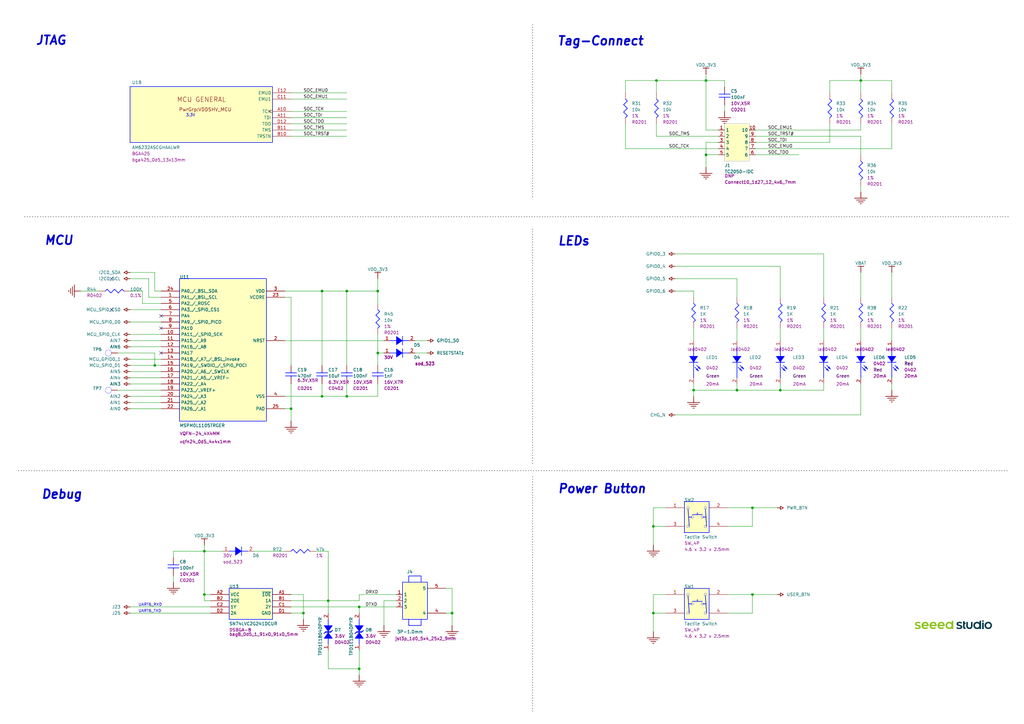
<source format=kicad_sch>
(kicad_sch (version 20231120) (generator "eeschema") (generator_version "8.0")
  (paper "User" 419.989 297.002)
  (lib_symbols
    (symbol "pocketbeagle2-kicad-altium-import:AIN0_ARROW" (power)
      (property "Reference" "#PWR" (at 0 0 0))
      (property "Value" "AIN0" (at 0 3.81 0))
      (symbol "AIN0_ARROW_0_0"
        (pin power_in line (at 0 0 0) (length 0) hide (name "AIN0") (number ""))
      )
    )
    (symbol "pocketbeagle2-kicad-altium-import:AIN1_ARROW" (power)
      (property "Reference" "#PWR" (at 0 0 0))
      (property "Value" "AIN1" (at 0 3.81 0))
      (symbol "AIN1_ARROW_0_0"
        (pin power_in line (at 0 0 0) (length 0) hide (name "AIN1") (number ""))
      )
    )
    (symbol "pocketbeagle2-kicad-altium-import:AIN2_ARROW" (power)
      (property "Reference" "#PWR" (at 0 0 0))
      (property "Value" "AIN2" (at 0 3.81 0))
      (symbol "AIN2_ARROW_0_0"
        (pin power_in line (at 0 0 0) (length 0) hide (name "AIN2") (number ""))
      )
    )
    (symbol "pocketbeagle2-kicad-altium-import:AIN3_ARROW" (power)
      (property "Reference" "#PWR" (at 0 0 0))
      (property "Value" "AIN3" (at 0 3.81 0))
      (symbol "AIN3_ARROW_0_0"
        (pin power_in line (at 0 0 0) (length 0) hide (name "AIN3") (number ""))
      )
    )
    (symbol "pocketbeagle2-kicad-altium-import:AIN4_ARROW" (power)
      (property "Reference" "#PWR" (at 0 0 0))
      (property "Value" "AIN4" (at 0 3.81 0))
      (symbol "AIN4_ARROW_0_0"
        (pin power_in line (at 0 0 0) (length 0) hide (name "AIN4") (number ""))
      )
    )
    (symbol "pocketbeagle2-kicad-altium-import:AIN5_ARROW" (power)
      (property "Reference" "#PWR" (at 0 0 0))
      (property "Value" "AIN5" (at 0 3.81 0))
      (symbol "AIN5_ARROW_0_0"
        (pin power_in line (at 0 0 0) (length 0) hide (name "AIN5") (number ""))
      )
    )
    (symbol "pocketbeagle2-kicad-altium-import:AIN6_ARROW" (power)
      (property "Reference" "#PWR" (at 0 0 0))
      (property "Value" "AIN6" (at 0 3.81 0))
      (symbol "AIN6_ARROW_0_0"
        (pin power_in line (at 0 0 0) (length 0) hide (name "AIN6") (number ""))
      )
    )
    (symbol "pocketbeagle2-kicad-altium-import:AIN7_ARROW" (power)
      (property "Reference" "#PWR" (at 0 0 0))
      (property "Value" "AIN7" (at 0 3.81 0))
      (symbol "AIN7_ARROW_0_0"
        (pin power_in line (at 0 0 0) (length 0) hide (name "AIN7") (number ""))
      )
    )
    (symbol "pocketbeagle2-kicad-altium-import:CHG_N_ARROW" (power)
      (property "Reference" "#PWR" (at 0 0 0))
      (property "Value" "CHG_N" (at 0 3.81 0))
      (symbol "CHG_N_ARROW_0_0"
        (pin power_in line (at 0 0 0) (length 0) hide (name "CHG_N") (number ""))
      )
    )
    (symbol "pocketbeagle2-kicad-altium-import:GND_POWER_GROUND" (power)
      (property "Reference" "#PWR" (at 0 0 0))
      (property "Value" "GND" (at 0 6.35 0))
      (symbol "GND_POWER_GROUND_0_0"
        (pin power_in line (at 0 0 0) (length 0) hide (name "GND") (number ""))
      )
    )
    (symbol "pocketbeagle2-kicad-altium-import:GPIO0_3_ARROW" (power)
      (property "Reference" "#PWR" (at 0 0 0))
      (property "Value" "GPIO0_3" (at 0 3.81 0))
      (symbol "GPIO0_3_ARROW_0_0"
        (pin power_in line (at 0 0 0) (length 0) hide (name "GPIO0_3") (number ""))
      )
    )
    (symbol "pocketbeagle2-kicad-altium-import:GPIO0_4_ARROW" (power)
      (property "Reference" "#PWR" (at 0 0 0))
      (property "Value" "GPIO0_4" (at 0 3.81 0))
      (symbol "GPIO0_4_ARROW_0_0"
        (pin power_in line (at 0 0 0) (length 0) hide (name "GPIO0_4") (number ""))
      )
    )
    (symbol "pocketbeagle2-kicad-altium-import:GPIO0_5_ARROW" (power)
      (property "Reference" "#PWR" (at 0 0 0))
      (property "Value" "GPIO0_5" (at 0 3.81 0))
      (symbol "GPIO0_5_ARROW_0_0"
        (pin power_in line (at 0 0 0) (length 0) hide (name "GPIO0_5") (number ""))
      )
    )
    (symbol "pocketbeagle2-kicad-altium-import:GPIO0_6_ARROW" (power)
      (property "Reference" "#PWR" (at 0 0 0))
      (property "Value" "GPIO0_6" (at 0 3.81 0))
      (symbol "GPIO0_6_ARROW_0_0"
        (pin power_in line (at 0 0 0) (length 0) hide (name "GPIO0_6") (number ""))
      )
    )
    (symbol "pocketbeagle2-kicad-altium-import:GPIO1_50_ARROW" (power)
      (property "Reference" "#PWR" (at 0 0 0))
      (property "Value" "GPIO1_50" (at 0 3.81 0))
      (symbol "GPIO1_50_ARROW_0_0"
        (pin power_in line (at 0 0 0) (length 0) hide (name "GPIO1_50") (number ""))
      )
    )
    (symbol "pocketbeagle2-kicad-altium-import:I2C0_SCL_ARROW" (power)
      (property "Reference" "#PWR" (at 0 0 0))
      (property "Value" "I2C0_SCL" (at 0 3.81 0))
      (symbol "I2C0_SCL_ARROW_0_0"
        (pin power_in line (at 0 0 0) (length 0) hide (name "I2C0_SCL") (number ""))
      )
    )
    (symbol "pocketbeagle2-kicad-altium-import:I2C0_SDA_ARROW" (power)
      (property "Reference" "#PWR" (at 0 0 0))
      (property "Value" "I2C0_SDA" (at 0 3.81 0))
      (symbol "I2C0_SDA_ARROW_0_0"
        (pin power_in line (at 0 0 0) (length 0) hide (name "I2C0_SDA") (number ""))
      )
    )
    (symbol "pocketbeagle2-kicad-altium-import:J23_ARROW" (power)
      (property "Reference" "#PWR" (at 0 0 0))
      (property "Value" "J23" (at 0 3.81 0))
      (symbol "J23_ARROW_0_0"
        (pin power_in line (at 0 0 0) (length 0) hide (name "J23") (number ""))
      )
    )
    (symbol "pocketbeagle2-kicad-altium-import:J25_ARROW" (power)
      (property "Reference" "#PWR" (at 0 0 0))
      (property "Value" "J25" (at 0 3.81 0))
      (symbol "J25_ARROW_0_0"
        (pin power_in line (at 0 0 0) (length 0) hide (name "J25") (number ""))
      )
    )
    (symbol "pocketbeagle2-kicad-altium-import:MCU_GPIO0_1_ARROW" (power)
      (property "Reference" "#PWR" (at 0 0 0))
      (property "Value" "MCU_GPIO0_1" (at 0 3.81 0))
      (symbol "MCU_GPIO0_1_ARROW_0_0"
        (pin power_in line (at 0 0 0) (length 0) hide (name "MCU_GPIO0_1") (number ""))
      )
    )
    (symbol "pocketbeagle2-kicad-altium-import:MCU_SPI0_CLK_ARROW" (power)
      (property "Reference" "#PWR" (at 0 0 0))
      (property "Value" "MCU_SPI0_CLK" (at 0 3.81 0))
      (symbol "MCU_SPI0_CLK_ARROW_0_0"
        (pin power_in line (at 0 0 0) (length 0) hide (name "MCU_SPI0_CLK") (number ""))
      )
    )
    (symbol "pocketbeagle2-kicad-altium-import:MCU_SPI0_CS0_ARROW" (power)
      (property "Reference" "#PWR" (at 0 0 0))
      (property "Value" "MCU_SPI0_CS0" (at 0 3.81 0))
      (symbol "MCU_SPI0_CS0_ARROW_0_0"
        (pin power_in line (at 0 0 0) (length 0) hide (name "MCU_SPI0_CS0") (number ""))
      )
    )
    (symbol "pocketbeagle2-kicad-altium-import:MCU_SPI0_D0_ARROW" (power)
      (property "Reference" "#PWR" (at 0 0 0))
      (property "Value" "MCU_SPI0_D0" (at 0 3.81 0))
      (symbol "MCU_SPI0_D0_ARROW_0_0"
        (pin power_in line (at 0 0 0) (length 0) hide (name "MCU_SPI0_D0") (number ""))
      )
    )
    (symbol "pocketbeagle2-kicad-altium-import:MCU_SPI0_D1_ARROW" (power)
      (property "Reference" "#PWR" (at 0 0 0))
      (property "Value" "MCU_SPI0_D1" (at 0 3.81 0))
      (symbol "MCU_SPI0_D1_ARROW_0_0"
        (pin power_in line (at 0 0 0) (length 0) hide (name "MCU_SPI0_D1") (number ""))
      )
    )
    (symbol "pocketbeagle2-kicad-altium-import:PWR_BTN_ARROW" (power)
      (property "Reference" "#PWR" (at 0 0 0))
      (property "Value" "PWR_BTN" (at 0 3.81 0))
      (symbol "PWR_BTN_ARROW_0_0"
        (pin power_in line (at 0 0 0) (length 0) hide (name "PWR_BTN") (number ""))
      )
    )
    (symbol "pocketbeagle2-kicad-altium-import:RESETSTATz_ARROW" (power)
      (property "Reference" "#PWR" (at 0 0 0))
      (property "Value" "RESETSTATz" (at 0 3.81 0))
      (symbol "RESETSTATz_ARROW_0_0"
        (pin power_in line (at 0 0 0) (length 0) hide (name "RESETSTATz") (number ""))
      )
    )
    (symbol "pocketbeagle2-kicad-altium-import:USER_BTN_ARROW" (power)
      (property "Reference" "#PWR" (at 0 0 0))
      (property "Value" "USER_BTN" (at 0 3.81 0))
      (symbol "USER_BTN_ARROW_0_0"
        (pin power_in line (at 0 0 0) (length 0) hide (name "USER_BTN") (number ""))
      )
    )
    (symbol "pocketbeagle2-kicad-altium-import:VBAT_BAR" (power)
      (property "Reference" "#PWR" (at 0 0 0))
      (property "Value" "VBAT" (at 0 3.81 0))
      (symbol "VBAT_BAR_0_0"
        (pin power_in line (at 0 0 0) (length 0) hide (name "VBAT") (number ""))
      )
    )
    (symbol "pocketbeagle2-kicad-altium-import:VDD_3V3_BAR" (power)
      (property "Reference" "#PWR" (at 0 0 0))
      (property "Value" "VDD_3V3" (at 0 3.81 0))
      (symbol "VDD_3V3_BAR_0_0"
        (pin power_in line (at 0 0 0) (length 0) hide (name "VDD_3V3") (number ""))
      )
    )
    (symbol "pocketbeagle2-kicad-altium-import:root_0_CC_0"
      (symbol "root_0_CC_0_1_0"
        (pin passive line (at 2.54 2.54 270) (length 2.54) (name "1") (number "1"))
        (pin passive line (at 2.54 -5.08 90) (length 2.54) (name "2") (number "2"))
      )
    )
    (symbol "pocketbeagle2-kicad-altium-import:root_0_D"
      (symbol "root_0_D_1_0"
        (pin passive line (at -2.54 -2.54 0) (length 2.54) (name "A") (number "1"))
        (pin passive line (at 10.16 -2.54 180) (length 2.54) (name "C") (number "2"))
      )
    )
    (symbol "pocketbeagle2-kicad-altium-import:root_0_DIODE TVS BI-DIR"
      (symbol "root_0_DIODE TVS BI-DIR_1_0"
        (pin passive line (at 2.54 -12.7 90) (length 2.54) (name "1") (number "1"))
        (pin passive line (at 2.54 2.54 270) (length 2.54) (name "2") (number "2"))
      )
    )
    (symbol "pocketbeagle2-kicad-altium-import:root_0_Header 2X5_1"
      (symbol "root_0_Header 2X5_1_1_0"
        (pin passive line (at -2.54 -2.54 0) (length 2.54) (name "1") (number "1"))
        (pin passive line (at 12.7 -2.54 180) (length 2.54) (name "10") (number "10"))
        (pin passive line (at -2.54 -5.08 0) (length 2.54) (name "2") (number "2"))
        (pin passive line (at -2.54 -7.62 0) (length 2.54) (name "3") (number "3"))
        (pin passive line (at -2.54 -10.16 0) (length 2.54) (name "4") (number "4"))
        (pin passive line (at -2.54 -12.7 0) (length 2.54) (name "5") (number "5"))
        (pin passive line (at 12.7 -12.7 180) (length 2.54) (name "6") (number "6"))
        (pin passive line (at 12.7 -10.16 180) (length 2.54) (name "7") (number "7"))
        (pin passive line (at 12.7 -7.62 180) (length 2.54) (name "8") (number "8"))
        (pin passive line (at 12.7 -5.08 180) (length 2.54) (name "9") (number "9"))
      )
    )
    (symbol "pocketbeagle2-kicad-altium-import:root_0_MSPM0L110xxRGE"
      (symbol "root_0_MSPM0L110xxRGE_1_0"
        (pin bidirectional line (at -7.62 -7.62 0) (length 7.62) (name "PA1_/_BSL_SCL") (number "1"))
        (pin bidirectional line (at -7.62 -22.86 0) (length 7.62) (name "PA11_/_SPI0_SCK") (number "10"))
        (pin bidirectional line (at -7.62 -25.4 0) (length 7.62) (name "PA15_/_A9") (number "11"))
        (pin bidirectional line (at -7.62 -27.94 0) (length 7.62) (name "PA16_/_A8") (number "12"))
        (pin bidirectional line (at -7.62 -30.48 0) (length 7.62) (name "PA17") (number "13"))
        (pin bidirectional line (at -7.62 -33.02 0) (length 7.62) (name "PA18_/_A7_/_BSL_invoke") (number "14"))
        (pin bidirectional line (at -7.62 -35.56 0) (length 7.62) (name "PA19_/_SWDIO_/_SPI0_POCI") (number "15"))
        (pin bidirectional line (at -7.62 -38.1 0) (length 7.62) (name "PA20_/_A6_/_SWCLK") (number "16"))
        (pin bidirectional line (at -7.62 -40.64 0) (length 7.62) (name "PA21_/_A5_/_VREF-") (number "17"))
        (pin bidirectional line (at -7.62 -43.18 0) (length 7.62) (name "PA22_/_A4") (number "18"))
        (pin bidirectional line (at -7.62 -45.72 0) (length 7.62) (name "PA23_/_VREF+") (number "19"))
        (pin passive line (at 43.18 -25.4 180) (length 7.62) (name "NRST") (number "2"))
        (pin bidirectional line (at -7.62 -48.26 0) (length 7.62) (name "PA24_/_A3") (number "20"))
        (pin bidirectional line (at -7.62 -50.8 0) (length 7.62) (name "PA25_/_A2") (number "21"))
        (pin bidirectional line (at -7.62 -53.34 0) (length 7.62) (name "PA26_/_A1") (number "22"))
        (pin power_in line (at 43.18 -7.62 180) (length 7.62) (name "VCORE") (number "23"))
        (pin bidirectional line (at -7.62 -5.08 0) (length 7.62) (name "PA0_/_BSL_SDA") (number "24"))
        (pin passive line (at 43.18 -53.34 180) (length 7.62) (name "PAD") (number "25"))
        (pin power_in line (at 43.18 -5.08 180) (length 7.62) (name "VDD") (number "3"))
        (pin passive line (at 43.18 -48.26 180) (length 7.62) (name "VSS") (number "4"))
        (pin passive line (at -7.62 -10.16 0) (length 7.62) (name "PA2_/_ROSC") (number "5"))
        (pin bidirectional line (at -7.62 -12.7 0) (length 7.62) (name "PA3_/_SPI0_CS1") (number "6"))
        (pin bidirectional line (at -7.62 -15.24 0) (length 7.62) (name "PA4") (number "7"))
        (pin bidirectional line (at -7.62 -17.78 0) (length 7.62) (name "PA9_/_SPI0_PICO") (number "8"))
        (pin bidirectional line (at -7.62 -20.32 0) (length 7.62) (name "PA10") (number "9"))
      )
    )
    (symbol "pocketbeagle2-kicad-altium-import:root_0_R_0"
      (symbol "root_0_R_0_1_0"
        (pin passive line (at 2.54 2.54 270) (length 2.54) (name "1") (number "1"))
        (pin passive line (at 2.54 -10.16 90) (length 2.54) (name "2") (number "2"))
      )
    )
    (symbol "pocketbeagle2-kicad-altium-import:root_0_R_1"
      (symbol "root_0_R_1_1_0"
        (pin passive line (at -2.54 -2.54 0) (length 2.54) (name "1") (number "1"))
        (pin passive line (at 10.16 -2.54 180) (length 2.54) (name "2") (number "2"))
      )
    )
    (symbol "pocketbeagle2-kicad-altium-import:root_0_Tactile Switch_4P"
      (symbol "root_0_Tactile Switch_4P_1_0"
        (pin passive line (at -7.62 -2.54 0) (length 7.62) (name "A1") (number "1"))
        (pin passive line (at 17.78 -2.54 180) (length 7.62) (name "B1") (number "2"))
        (pin passive line (at -7.62 -10.16 0) (length 7.62) (name "A2") (number "3"))
        (pin passive line (at 17.78 -10.16 180) (length 7.62) (name "B2") (number "4"))
      )
    )
    (symbol "pocketbeagle2-kicad-altium-import:root_0_XH 3+2P"
      (symbol "root_0_XH 3+2P_1_0"
        (pin passive line (at -2.54 -7.62 0) (length 2.54) (name "1") (number "1"))
        (pin passive line (at -2.54 -10.16 0) (length 2.54) (name "2") (number "2"))
        (pin passive line (at -2.54 -12.7 0) (length 2.54) (name "3") (number "3"))
        (pin passive line (at 17.78 -15.24 180) (length 7.62) (name "4") (number "4"))
        (pin passive line (at 17.78 -5.08 180) (length 7.62) (name "5") (number "5"))
      )
    )
    (symbol "pocketbeagle2-kicad-altium-import:root_0_mirrored_AM62x_BGA425"
      (symbol "root_0_mirrored_AM62x_BGA425_1_0"
        (text "GENERAL" (at -29.21 -6.35 0) (effects (font (size 1.905 1.905)) (justify right bottom)))
        (text "OSC0" (at -33.02 -41.91 0) (effects (font (size 1.905 1.905)) (justify right bottom)))
        (text "PwrGrp:VDDS_OSC" (at -24.638 -45.72 0) (effects (font (size 1.397 1.397)) (justify right bottom)))
        (text "PwrGrp:VDDSHV0" (at -24.384 -9.652 0) (effects (font (size 1.397 1.397)) (justify right bottom)))
        (pin passive line (at 7.62 -25.4 180) (length 7.62) (name "SPI0_CS0") (number "A13"))
        (pin passive line (at 7.62 -17.78 180) (length 7.62) (name "SPI0_CLK") (number "A14"))
        (pin passive line (at -83.82 -10.16 0) (length 7.62) (name "UART0_CTSN") (number "A15"))
        (pin passive line (at 7.62 -5.08 180) (length 7.62) (name "I2C0_SDA") (number "A16"))
        (pin passive line (at 7.62 -12.7 180) (length 7.62) (name "I2C1_SDA") (number "A17"))
        (pin passive line (at -83.82 -27.94 0) (length 7.62) (name "EXT_REFCLK1") (number "A18"))
        (pin passive line (at -83.82 -40.64 0) (length 7.62) (name "VSENSE") (number "A2"))
        (pin passive line (at 7.62 -40.64 180) (length 7.62) (name "ATEST1") (number "AE2"))
        (pin passive line (at 7.62 -45.72 180) (length 7.62) (name "IFORCE") (number "B1"))
        (pin passive line (at 7.62 -20.32 180) (length 7.62) (name "SPI0_D0") (number "B13"))
        (pin passive line (at 7.62 -22.86 180) (length 7.62) (name "SPI0_D1") (number "B14"))
        (pin passive line (at -83.82 -15.24 0) (length 7.62) (name "UART0_RTSN") (number "B15"))
        (pin passive line (at 7.62 -2.54 180) (length 7.62) (name "I2C0_SCL") (number "B16"))
        (pin passive line (at 7.62 -10.16 180) (length 7.62) (name "I2C1_SCL") (number "B17"))
        (pin passive line (at 7.62 -27.94 180) (length 7.62) (name "SPI0_CS1") (number "C13"))
        (pin passive line (at -83.82 -5.08 0) (length 7.62) (name "MCAN0_TX") (number "C15"))
        (pin passive line (at -83.82 -20.32 0) (length 7.62) (name "UART0_RXD") (number "D14"))
        (pin passive line (at -83.82 -22.86 0) (length 7.62) (name "UART0_TXD") (number "E14"))
        (pin passive line (at -83.82 -2.54 0) (length 7.62) (name "MCAN0_RX") (number "E15"))
        (pin passive line (at 7.62 -38.1 180) (length 7.62) (name "ATEST0") (number "F6"))
      )
      (symbol "root_0_mirrored_AM62x_BGA425_2_0"
        (text "MCU GENERAL" (at -19.05 -6.35 0) (effects (font (size 1.905 1.905)) (justify right bottom)))
        (text "PwrGrp:VDDSHV_MCU" (at -16.764 -10.16 0) (effects (font (size 1.397 1.397)) (justify right bottom)))
        (pin passive clock (at 7.62 -10.16 180) (length 7.62) (name "TCK") (number "A10"))
        (pin passive line (at 7.62 -12.7 180) (length 7.62) (name "TDI") (number "A11"))
        (pin passive line (at 7.62 -20.32 180) (length 7.62) (name "TRSTN") (number "B10"))
        (pin passive line (at 7.62 -17.78 180) (length 7.62) (name "TMS") (number "B11"))
        (pin passive line (at 7.62 -5.08 180) (length 7.62) (name "EMU1") (number "C11"))
        (pin passive line (at 7.62 -15.24 180) (length 7.62) (name "TDO") (number "D12"))
        (pin passive line (at 7.62 -2.54 180) (length 7.62) (name "EMU0") (number "E12"))
      )
      (symbol "root_0_mirrored_AM62x_BGA425_3_0"
        (text "GENERAL" (at -35.814 -35.814 0) (effects (font (size 1.905 1.905)) (justify right bottom)))
        (text "MCU GENERAL" (at -33.02 -19.05 0) (effects (font (size 1.905 1.905)) (justify right bottom)))
        (text "OSC0" (at -39.116 -6.35 0) (effects (font (size 1.905 1.905)) (justify right bottom)))
        (text "PwrGrp:VDDS_OSC" (at -30.988 -9.398 0) (effects (font (size 1.397 1.397)) (justify right bottom)))
        (text "PwrGrp:VDDSHV0" (at -31.496 -39.116 0) (effects (font (size 1.397 1.397)) (justify right bottom)))
        (text "PwrGrp:VDDSHV_MCU" (at -30.226 -22.352 0) (effects (font (size 1.397 1.397)) (justify right bottom)))
        (pin passive line (at 7.62 -15.24 180) (length 7.62) (name "MCU_RESETSTATZ") (number "B12"))
        (pin passive line (at 7.62 -2.54 180) (length 7.62) (name "MCU_ERRORN") (number "D1"))
        (pin passive line (at 7.62 -27.94 180) (length 7.62) (name "EXTINTN") (number "D16"))
        (pin passive line (at 7.62 -7.62 180) (length 7.62) (name "MCU_PORZ") (number "D2"))
        (pin passive line (at 7.62 -20.32 180) (length 7.62) (name "MCU_RESETZ") (number "E11"))
        (pin passive line (at 7.62 -33.02 180) (length 7.62) (name "PORZ_OUT") (number "E21"))
        (pin passive line (at 7.62 -38.1 180) (length 7.62) (name "RESET_REQZ") (number "F20"))
        (pin passive line (at 7.62 -43.18 180) (length 7.62) (name "RESETSTATZ") (number "F22"))
      )
      (symbol "root_0_mirrored_AM62x_BGA425_4_0"
        (text "GENERAL" (at -33.782 -42.926 0) (effects (font (size 1.905 1.905)) (justify right bottom)))
        (text "PwrGrp:VDDSHV0" (at -31.242 -46.482 0) (effects (font (size 1.397 1.397)) (justify right bottom)))
        (text "USB0" (at -37.084 -5.334 0) (effects (font (size 1.905 1.905)) (justify right bottom)))
        (text "USB1" (at -36.83 -25.146 0) (effects (font (size 1.905 1.905)) (justify right bottom)))
        (text_box "PwrGrp:VDDA_1P8_USB, \n       VDDA_3P3_USB" (at -26.162 -26.416 0) (size -38.1 -5.588) (stroke (width -0.0001)) (fill (type color) (color 255 255 176 1)) (effects (font (size 1.27 1.27)) (justify left top)))
        (text_box "PwrGrp:VDDA_1P8_USB, \n       VDDA_3P3_USB" (at -26.162 -6.096 0) (size -38.1 -5.588) (stroke (width -0.0001)) (fill (type color) (color 255 255 176 1)) (effects (font (size 1.27 1.27)) (justify left top)))
        (pin passive line (at 7.62 -35.56 180) (length 7.62) (name "USB1_VBUS") (number "AB10"))
        (pin passive line (at 7.62 -15.24 180) (length 7.62) (name "USB0_VBUS") (number "AC11"))
        (pin passive line (at 7.62 -30.48 180) (length 7.62) (name "USB1_RCALIB") (number "AC9"))
        (pin passive line (at 7.62 -25.4 180) (length 7.62) (name "USB1_DM") (number "AD10"))
        (pin passive line (at 7.62 -2.54 180) (length 7.62) (name "USB0_DP") (number "AD11"))
        (pin passive line (at 7.62 -10.16 180) (length 7.62) (name "USB0_RCALIB") (number "AE10"))
        (pin passive line (at 7.62 -5.08 180) (length 7.62) (name "USB0_DM") (number "AE11"))
        (pin passive line (at 7.62 -22.86 180) (length 7.62) (name "USB1_DP") (number "AE9"))
        (pin passive line (at 7.62 -43.18 180) (length 7.62) (name "USB0_DRVVBUS") (number "C20"))
        (pin passive line (at 7.62 -45.72 180) (length 7.62) (name "USB1_DRVVBUS") (number "F18"))
      )
      (symbol "root_0_mirrored_AM62x_BGA425_5_0"
        (text "MCASP0" (at -31.75 -11.684 0) (effects (font (size 1.905 1.905)) (justify right bottom)))
        (text "PwrGrp:VDDSHV0" (at -27.94 -15.494 0) (effects (font (size 1.397 1.397)) (justify right bottom)))
        (pin passive line (at 7.62 -7.62 180) (length 7.62) (name "MCASP0_AXR2") (number "A19"))
        (pin passive line (at 7.62 -17.78 180) (length 7.62) (name "MCASP0_ACLKR") (number "A20"))
        (pin passive line (at 7.62 -5.08 180) (length 7.62) (name "MCASP0_AXR1") (number "B18"))
        (pin passive line (at 7.62 -10.16 180) (length 7.62) (name "MCASP0_AXR3") (number "B19"))
        (pin passive line (at 7.62 -15.24 180) (length 7.62) (name "MCASP0_ACLKX") (number "B20"))
        (pin passive line (at 7.62 -22.86 180) (length 7.62) (name "MCASP0_AFSX") (number "D20"))
        (pin passive line (at 7.62 -2.54 180) (length 7.62) (name "MCASP0_AXR0") (number "E18"))
        (pin passive line (at 7.62 -25.4 180) (length 7.62) (name "MCASP0_AFSR") (number "E19"))
      )
      (symbol "root_0_mirrored_AM62x_BGA425_6_0"
        (text "GPMC" (at -35.56 -9.398 0) (effects (font (size 1.905 1.905)) (justify right bottom)))
        (text "PwrGrp:VDDSHV3" (at -27.94 -12.954 0) (effects (font (size 1.397 1.397)) (justify right bottom)))
        (pin passive line (at 7.62 -55.88 180) (length 7.62) (name "GPMC0_CSN2") (number "K22"))
        (pin passive line (at 7.62 -58.42 180) (length 7.62) (name "GPMC0_CSN3") (number "K24"))
        (pin passive line (at 7.62 -91.44 180) (length 7.62) (name "GPMC0_WPN") (number "K25"))
        (pin passive line (at 7.62 -53.34 180) (length 7.62) (name "GPMC0_CSN1") (number "L21"))
        (pin passive line (at 7.62 -63.5 180) (length 7.62) (name "GPMC0_ADVN_ALE") (number "L23"))
        (pin passive line (at 7.62 -96.52 180) (length 7.62) (name "GPMC0_OEN_REN") (number "L24"))
        (pin passive line (at 7.62 -101.6 180) (length 7.62) (name "GPMC0_WEN") (number "L25"))
        (pin passive line (at 7.62 -50.8 180) (length 7.62) (name "GPMC0_CSN0") (number "M21"))
        (pin passive line (at 7.62 -78.74 180) (length 7.62) (name "GPMC0_DIR") (number "M22"))
        (pin passive line (at 7.62 -68.58 180) (length 7.62) (name "GPMC0_BE0N_CLE") (number "M24"))
        (pin passive line (at 7.62 -7.62 180) (length 7.62) (name "GPMC0_AD0") (number "M25"))
        (pin passive line (at 7.62 -73.66 180) (length 7.62) (name "GPMC0_BE1N") (number "N20"))
        (pin passive line (at 7.62 -10.16 180) (length 7.62) (name "GPMC0_AD1") (number "N23"))
        (pin passive line (at 7.62 -12.7 180) (length 7.62) (name "GPMC0_AD2") (number "N24"))
        (pin passive line (at 7.62 -15.24 180) (length 7.62) (name "GPMC0_AD3") (number "N25"))
        (pin passive line (at 7.62 -22.86 180) (length 7.62) (name "GPMC0_AD6") (number "P21"))
        (pin passive line (at 7.62 -20.32 180) (length 7.62) (name "GPMC0_AD5") (number "P22"))
        (pin passive line (at 7.62 -17.78 180) (length 7.62) (name "GPMC0_AD4") (number "P24"))
        (pin passive line (at 7.62 -2.54 180) (length 7.62) (name "GPMC0_CLK") (number "P25"))
        (pin passive line (at 7.62 -35.56 180) (length 7.62) (name "GPMC0_AD11") (number "R21"))
        (pin passive line (at 7.62 -25.4 180) (length 7.62) (name "GPMC0_AD7") (number "R23"))
        (pin passive line (at 7.62 -27.94 180) (length 7.62) (name "GPMC0_AD8") (number "R24"))
        (pin passive line (at 7.62 -30.48 180) (length 7.62) (name "GPMC0_AD9") (number "R25"))
        (pin passive line (at 7.62 -38.1 180) (length 7.62) (name "GPMC0_AD12") (number "T22"))
        (pin passive line (at 7.62 -40.64 180) (length 7.62) (name "GPMC0_AD13") (number "T24"))
        (pin passive line (at 7.62 -33.02 180) (length 7.62) (name "GPMC0_AD10") (number "T25"))
        (pin passive line (at 7.62 -83.82 180) (length 7.62) (name "GPMC0_WAIT0") (number "U23"))
        (pin passive line (at 7.62 -45.72 180) (length 7.62) (name "GPMC0_AD15") (number "U24"))
        (pin passive line (at 7.62 -43.18 180) (length 7.62) (name "GPMC0_AD14") (number "U25"))
        (pin passive line (at 7.62 -86.36 180) (length 7.62) (name "GPMC0_WAIT1") (number "V25"))
      )
      (symbol "root_0_mirrored_AM62x_BGA425_7_0"
        (text "DDR" (at -37.846 -8.89 0) (effects (font (size 1.905 1.905)) (justify right bottom)))
        (text_box "PwrGrp:VDDS_DDR, \n       VDDS_DDR_C" (at -27.94 -10.16 0) (size -30.988 -5.588) (stroke (width -0.0001)) (fill (type color) (color 255 255 176 1)) (effects (font (size 1.27 1.27)) (justify left top)))
        (pin passive line (at -99.06 -50.8 0) (length 7.62) (name "DDR0_DQS0") (number "E1"))
        (pin passive line (at -99.06 -53.34 0) (length 7.62) (name "DDR0_DQS0_N") (number "E2"))
        (pin passive line (at 7.62 -12.7 180) (length 7.62) (name "DDR0_DQ4") (number "E3"))
        (pin passive line (at 7.62 -20.32 180) (length 7.62) (name "DDR0_DQ7") (number "F1"))
        (pin passive line (at 7.62 -17.78 180) (length 7.62) (name "DDR0_DQ6") (number "F2"))
        (pin passive line (at 7.62 -7.62 180) (length 7.62) (name "DDR0_DQ2") (number "F3"))
        (pin passive line (at 7.62 -2.54 180) (length 7.62) (name "DDR0_DQ0") (number "F4"))
        (pin passive line (at 7.62 -129.54 180) (length 7.62) (name "DDR0_RESET0_N") (number "G1"))
        (pin passive line (at 7.62 -15.24 180) (length 7.62) (name "DDR0_DQ5") (number "G2"))
        (pin passive line (at 7.62 -5.08 180) (length 7.62) (name "DDR0_DQ1") (number "G5"))
        (pin passive line (at 7.62 -91.44 180) (length 7.62) (name "DDR0_ODT0") (number "H1"))
        (pin passive line (at 7.62 -76.2 180) (length 7.62) (name "DDR0_CKE0") (number "H2"))
        (pin passive line (at -99.06 -2.54 0) (length 7.62) (name "DDR0_DM0") (number "H5"))
        (pin passive line (at 7.62 -10.16 180) (length 7.62) (name "DDR0_DQ3") (number "H6"))
        (pin passive line (at -99.06 -10.16 0) (length 7.62) (name "DDR0_A0") (number "J1"))
        (pin passive line (at -99.06 -12.7 0) (length 7.62) (name "DDR0_A1") (number "J2"))
        (pin passive line (at 7.62 -93.98 180) (length 7.62) (name "DDR0_ODT1") (number "J3"))
        (pin passive line (at 7.62 -78.74 180) (length 7.62) (name "DDR0_CKE1") (number "J4"))
        (pin passive line (at -99.06 -22.86 0) (length 7.62) (name "DDR0_A5") (number "K1"))
        (pin passive line (at 7.62 -86.36 180) (length 7.62) (name "DDR0_CS1_N") (number "K2"))
        (pin passive line (at -99.06 -15.24 0) (length 7.62) (name "DDR0_A2") (number "K3"))
        (pin passive line (at -99.06 -20.32 0) (length 7.62) (name "DDR0_A4") (number "K4"))
        (pin passive line (at 7.62 -68.58 180) (length 7.62) (name "DDR0_CK0") (number "L1"))
        (pin passive line (at 7.62 -71.12 180) (length 7.62) (name "DDR0_CK0_N") (number "L2"))
        (pin passive line (at -99.06 -17.78 0) (length 7.62) (name "DDR0_A3") (number "L5"))
        (pin passive line (at 7.62 -83.82 180) (length 7.62) (name "DDR0_CS0_N") (number "L6"))
        (pin passive line (at 7.62 -45.72 180) (length 7.62) (name "DDR0_BA0") (number "M1"))
        (pin passive line (at 7.62 -109.22 180) (length 7.62) (name "DDR0_CAL0") (number "M2"))
        (pin passive line (at 7.62 -114.3 180) (length 7.62) (name "DDR0_CAS_N") (number "M4"))
        (pin passive line (at 7.62 -124.46 180) (length 7.62) (name "DDR0_RAS_N") (number "M5"))
        (pin passive line (at 7.62 -48.26 180) (length 7.62) (name "DDR0_BA1") (number "N1"))
        (pin passive line (at 7.62 -55.88 180) (length 7.62) (name "DDR0_BG1") (number "N2"))
        (pin passive line (at 7.62 -134.62 180) (length 7.62) (name "DDR0_WE_N") (number "N3"))
        (pin passive line (at 7.62 -99.06 180) (length 7.62) (name "DDR0_ACT_N") (number "N6"))
        (pin passive line (at -99.06 -30.48 0) (length 7.62) (name "DDR0_A8") (number "P1"))
        (pin passive line (at -99.06 -27.94 0) (length 7.62) (name "DDR0_A7") (number "P2"))
        (pin passive line (at -99.06 -33.02 0) (length 7.62) (name "DDR0_A9") (number "P4"))
        (pin passive line (at -99.06 -38.1 0) (length 7.62) (name "DDR0_A11") (number "P5"))
        (pin passive line (at -99.06 -43.18 0) (length 7.62) (name "DDR0_A13") (number "R1"))
        (pin passive line (at -99.06 -25.4 0) (length 7.62) (name "DDR0_A6") (number "R2"))
        (pin passive line (at 7.62 -104.14 180) (length 7.62) (name "DDR0_ALERT_N") (number "R3"))
        (pin passive line (at -99.06 -35.56 0) (length 7.62) (name "DDR0_A10") (number "R5"))
        (pin passive line (at -99.06 -40.64 0) (length 7.62) (name "DDR0_A12") (number "R6"))
        (pin passive line (at 7.62 -119.38 180) (length 7.62) (name "DDR0_PAR") (number "T1"))
        (pin passive line (at 7.62 -60.96 180) (length 7.62) (name "DDR0_ATB0") (number "T2"))
        (pin passive line (at 7.62 -53.34 180) (length 7.62) (name "DDR0_BG0") (number "T4"))
        (pin passive line (at 7.62 -22.86 180) (length 7.62) (name "DDR0_DQ8") (number "U1"))
        (pin passive line (at 7.62 -27.94 180) (length 7.62) (name "DDR0_DQ10") (number "U2"))
        (pin passive line (at 7.62 -25.4 180) (length 7.62) (name "DDR0_DQ9") (number "U3"))
        (pin passive line (at 7.62 -63.5 180) (length 7.62) (name "DDR0_ATB1") (number "U4"))
        (pin passive line (at -99.06 -58.42 0) (length 7.62) (name "DDR0_DQS1") (number "V1"))
        (pin passive line (at -99.06 -60.96 0) (length 7.62) (name "DDR0_DQS1_N") (number "V2"))
        (pin passive line (at 7.62 -30.48 180) (length 7.62) (name "DDR0_DQ11") (number "V5"))
        (pin passive line (at 7.62 -35.56 180) (length 7.62) (name "DDR0_DQ13") (number "V6"))
        (pin passive line (at 7.62 -40.64 180) (length 7.62) (name "DDR0_DQ15") (number "W1"))
        (pin passive line (at 7.62 -33.02 180) (length 7.62) (name "DDR0_DQ12") (number "W2"))
        (pin passive line (at -99.06 -5.08 0) (length 7.62) (name "DDR0_DM1") (number "W5"))
        (pin passive line (at 7.62 -38.1 180) (length 7.62) (name "DDR0_DQ14") (number "Y1"))
      )
      (symbol "root_0_mirrored_AM62x_BGA425_8_0"
        (text "CANUART" (at -41.402 -49.784 0) (effects (font (size 1.905 1.905)) (justify right bottom)))
        (text "MCU GENERAL" (at -37.084 -10.922 0) (effects (font (size 1.905 1.905)) (justify right bottom)))
        (text "OSC0" (at -44.45 -31.75 0) (effects (font (size 1.905 1.905)) (justify right bottom)))
        (text "PwrGrp:VDDS_OSC" (at -37.084 -36.068 0) (effects (font (size 1.397 1.397)) (justify right bottom)))
        (text "PwrGrp:VDDSHV_CANUART" (at -30.988 -54.102 0) (effects (font (size 1.397 1.397)) (justify right bottom)))
        (text "PwrGrp:VDDSHV_MCU" (at -34.544 -14.986 0) (effects (font (size 1.397 1.397)) (justify right bottom)))
        (pin passive line (at 7.62 -35.56 180) (length 7.62) (name "MCU_OSC0_XO") (number "A3"))
        (pin passive line (at 7.62 -45.72 180) (length 7.62) (name "MCU_UART0_TXD") (number "A5"))
        (pin passive line (at 7.62 -50.8 180) (length 7.62) (name "MCU_UART0_CTSN") (number "A6"))
        (pin passive line (at 7.62 -10.16 180) (length 7.62) (name "MCU_SPI0_CLK") (number "A7"))
        (pin passive line (at 7.62 -2.54 180) (length 7.62) (name "MCU_I2C0_SCL") (number "A8"))
        (pin passive line (at 7.62 -27.94 180) (length 7.62) (name "MCU_OSC0_XI") (number "B2"))
        (pin passive line (at 7.62 -58.42 180) (length 7.62) (name "MCU_MCAN0_RX") (number "B3"))
        (pin passive line (at 7.62 -43.18 180) (length 7.62) (name "MCU_UART0_RXD") (number "B5"))
        (pin passive line (at 7.62 -53.34 180) (length 7.62) (name "MCU_UART0_RTSN") (number "B6"))
        (pin passive line (at 7.62 -20.32 180) (length 7.62) (name "MCU_SPI0_CS1") (number "B8"))
        (pin passive line (at 7.62 -15.24 180) (length 7.62) (name "MCU_SPI0_D1") (number "C9"))
        (pin passive line (at 7.62 -5.08 180) (length 7.62) (name "MCU_I2C0_SDA") (number "D10"))
        (pin passive line (at 7.62 -66.04 180) (length 7.62) (name "MCU_MCAN1_RX") (number "D4"))
        (pin passive line (at 7.62 -60.96 180) (length 7.62) (name "MCU_MCAN0_TX") (number "D6"))
        (pin passive line (at 7.62 -12.7 180) (length 7.62) (name "MCU_SPI0_D0") (number "D9"))
        (pin passive line (at 7.62 -68.58 180) (length 7.62) (name "MCU_MCAN1_TX") (number "E5"))
        (pin passive line (at 7.62 -17.78 180) (length 7.62) (name "MCU_SPI0_CS0") (number "E8"))
      )
      (symbol "root_0_mirrored_AM62x_BGA425_9_0"
        (text "GENERAL" (at -32.766 -66.802 0) (effects (font (size 1.905 1.905)) (justify right bottom)))
        (text "MMC0" (at -35.56 -11.43 0) (effects (font (size 1.905 1.905)) (justify right bottom)))
        (text "MMC1" (at -35.56 -46.99 0) (effects (font (size 1.905 1.905)) (justify right bottom)))
        (text "MMC2" (at -35.56 -87.63 0) (effects (font (size 1.905 1.905)) (justify right bottom)))
        (text "PwrGrp:VDDSHV0" (at -27.686 -70.866 0) (effects (font (size 1.397 1.397)) (justify right bottom)))
        (text "PwrGrp:VDDSHV4" (at -27.94 -15.494 0) (effects (font (size 1.397 1.397)) (justify right bottom)))
        (text "PwrGrp:VDDSHV5" (at -27.94 -51.054 0) (effects (font (size 1.397 1.397)) (justify right bottom)))
        (text "PwrGrp:VDDSHV6" (at -27.94 -91.694 0) (effects (font (size 1.397 1.397)) (justify right bottom)))
        (pin passive line (at 7.62 -55.88 180) (length 7.62) (name "MMC1_CMD") (number "A21"))
        (pin passive line (at 7.62 -43.18 180) (length 7.62) (name "MMC1_DAT0") (number "A22"))
        (pin passive line (at 7.62 -99.06 180) (length 7.62) (name "MMC2_SDCD") (number "A23"))
        (pin passive line (at 7.62 -10.16 180) (length 7.62) (name "MMC0_DAT1") (number "AA1"))
        (pin passive line (at 7.62 -7.62 180) (length 7.62) (name "MMC0_DAT0") (number "AA2"))
        (pin passive line (at 7.62 -12.7 180) (length 7.62) (name "MMC0_DAT2") (number "AA3"))
        (pin passive line (at 7.62 -2.54 180) (length 7.62) (name "MMC0_CLK") (number "AB1"))
        (pin passive line (at 7.62 -17.78 180) (length 7.62) (name "MMC0_DAT4") (number "AB2"))
        (pin passive line (at 7.62 -20.32 180) (length 7.62) (name "MMC0_DAT5") (number "AC1"))
        (pin passive line (at 7.62 -25.4 180) (length 7.62) (name "MMC0_DAT7") (number "AC2"))
        (pin passive line (at 7.62 -22.86 180) (length 7.62) (name "MMC0_DAT6") (number "AD2"))
        (pin passive line (at 7.62 -45.72 180) (length 7.62) (name "MMC1_DAT1") (number "B21"))
        (pin passive line (at 7.62 -38.1 180) (length 7.62) (name "MMC1_CLK") (number "B22"))
        (pin passive line (at 7.62 -104.14 180) (length 7.62) (name "MMC2_SDWP") (number "B23"))
        (pin passive line (at 7.62 -81.28 180) (length 7.62) (name "MMC2_DAT0") (number "B24"))
        (pin passive line (at 7.62 -68.58 180) (length 7.62) (name "MMC1_SDWP") (number "C17"))
        (pin passive line (at 7.62 -48.26 180) (length 7.62) (name "MMC1_DAT2") (number "C21"))
        (pin passive line (at 7.62 -93.98 180) (length 7.62) (name "MMC2_CMD") (number "C24"))
        (pin passive line (at 7.62 -83.82 180) (length 7.62) (name "MMC2_DAT1") (number "C25"))
        (pin passive line (at 7.62 -63.5 180) (length 7.62) (name "MMC1_SDCD") (number "D17"))
        (pin passive line (at 7.62 -50.8 180) (length 7.62) (name "MMC1_DAT3") (number "D22"))
        (pin passive line (at 7.62 -88.9 180) (length 7.62) (name "MMC2_DAT3") (number "D24"))
        (pin passive line (at 7.62 -76.2 180) (length 7.62) (name "MMC2_CLK") (number "D25"))
        (pin passive line (at 7.62 -86.36 180) (length 7.62) (name "MMC2_DAT2") (number "E23"))
        (pin passive line (at 7.62 -30.48 180) (length 7.62) (name "MMC0_CMD") (number "Y3"))
        (pin passive line (at 7.62 -15.24 180) (length 7.62) (name "MMC0_DAT3") (number "Y4"))
      )
      (symbol "root_0_mirrored_AM62x_BGA425_10_0"
        (text "OSPI" (at -27.432 -10.16 0) (effects (font (size 1.905 1.905)) (justify right bottom)))
        (text "PwrGrp:VDDSHV1" (at -19.812 -14.224 0) (effects (font (size 1.397 1.397)) (justify right bottom)))
        (pin passive line (at 7.62 -38.1 180) (length 7.62) (name "OSPI0_CSN3") (number "E24"))
        (pin passive line (at 7.62 -7.62 180) (length 7.62) (name "OSPI0_D0") (number "E25"))
        (pin passive line (at 7.62 -30.48 180) (length 7.62) (name "OSPI0_CSN0") (number "F23"))
        (pin passive line (at 7.62 -15.24 180) (length 7.62) (name "OSPI0_D3") (number "F24"))
        (pin passive line (at 7.62 -12.7 180) (length 7.62) (name "OSPI0_D2") (number "F25"))
        (pin passive line (at 7.62 -33.02 180) (length 7.62) (name "OSPI0_CSN1") (number "G21"))
        (pin passive line (at 7.62 -10.16 180) (length 7.62) (name "OSPI0_D1") (number "G24"))
        (pin passive line (at 7.62 -48.26 180) (length 7.62) (name "OSPI0_LBCLKO") (number "G25"))
        (pin passive line (at 7.62 -35.56 180) (length 7.62) (name "OSPI0_CSN2") (number "H21"))
        (pin passive line (at 7.62 -2.54 180) (length 7.62) (name "OSPI0_CLK") (number "H24"))
        (pin passive line (at 7.62 -22.86 180) (length 7.62) (name "OSPI0_D6") (number "H25"))
        (pin passive line (at 7.62 -25.4 180) (length 7.62) (name "OSPI0_D7") (number "J22"))
        (pin passive line (at 7.62 -17.78 180) (length 7.62) (name "OSPI0_D4") (number "J23"))
        (pin passive line (at 7.62 -43.18 180) (length 7.62) (name "OSPI0_DQS") (number "J24"))
        (pin passive line (at 7.62 -20.32 180) (length 7.62) (name "OSPI0_D5") (number "J25"))
      )
      (symbol "root_0_mirrored_AM62x_BGA425_11_0"
        (text "CSI" (at -38.608 -8.382 0) (effects (font (size 1.905 1.905)) (justify right bottom)))
        (text "PwrGrp:VDDA_1P8_CSIRX" (at -25.908 -12.446 0) (effects (font (size 1.397 1.397)) (justify right bottom)))
        (pin passive line (at 7.62 -40.64 180) (length 7.62) (name "CSI0_ATB_0_H") (number "AA12"))
        (pin passive line (at 7.62 -48.26 180) (length 7.62) (name "CSI0_RXRCALIB") (number "AA14"))
        (pin passive line (at 7.62 -27.94 180) (length 7.62) (name "CSI0_RXN3") (number "AB12"))
        (pin passive line (at 7.62 -5.08 180) (length 7.62) (name "CSI0_RXN0") (number "AB14"))
        (pin passive line (at 7.62 -25.4 180) (length 7.62) (name "CSI0_RXP3") (number "AC13"))
        (pin passive line (at 7.62 -2.54 180) (length 7.62) (name "CSI0_RXP0") (number "AC15"))
        (pin passive line (at 7.62 -20.32 180) (length 7.62) (name "CSI0_RXN2") (number "AD13"))
        (pin passive line (at 7.62 -12.7 180) (length 7.62) (name "CSI0_RXN1") (number "AD14"))
        (pin passive line (at 7.62 -35.56 180) (length 7.62) (name "CSI0_RXCLKN") (number "AD15"))
        (pin passive line (at 7.62 -17.78 180) (length 7.62) (name "CSI0_RXP2") (number "AE13"))
        (pin passive line (at 7.62 -10.16 180) (length 7.62) (name "CSI0_RXP1") (number "AE14"))
        (pin passive line (at 7.62 -33.02 180) (length 7.62) (name "CSI0_RXCLKP") (number "AE15"))
        (pin passive line (at 7.62 -43.18 180) (length 7.62) (name "CSI0_ATB_1_H") (number "Y15"))
      )
      (symbol "root_0_mirrored_AM62x_BGA425_12_0"
        (text "OLDI" (at -36.068 -8.128 0) (effects (font (size 1.905 1.905)) (justify right bottom)))
        (text "PwrGrp:VDDA_1P8_OLDI" (at -23.368 -12.446 0) (effects (font (size 1.397 1.397)) (justify right bottom)))
        (pin passive line (at 7.62 -5.08 180) (length 7.62) (name "OLDI0_A0N") (number "AA5"))
        (pin passive line (at 7.62 -25.4 180) (length 7.62) (name "OLDI0_A3P") (number "AA7"))
        (pin passive line (at 7.62 -17.78 180) (length 7.62) (name "OLDI0_A2P") (number "AA8"))
        (pin passive line (at 7.62 -10.16 180) (length 7.62) (name "OLDI0_A1P") (number "AB4"))
        (pin passive line (at 7.62 -27.94 180) (length 7.62) (name "OLDI0_A3N") (number "AB6"))
        (pin passive line (at 7.62 -33.02 180) (length 7.62) (name "OLDI0_A4P") (number "AC5"))
        (pin passive line (at 7.62 -35.56 180) (length 7.62) (name "OLDI0_A4N") (number "AC6"))
        (pin passive line (at 7.62 -12.7 180) (length 7.62) (name "OLDI0_A1N") (number "AD3"))
        (pin passive line (at 7.62 -66.04 180) (length 7.62) (name "OLDI0_CLK0N") (number "AD4"))
        (pin passive line (at 7.62 -71.12 180) (length 7.62) (name "OLDI0_CLK1P") (number "AD5"))
        (pin passive line (at 7.62 -40.64 180) (length 7.62) (name "OLDI0_A5P") (number "AD6"))
        (pin passive line (at 7.62 -48.26 180) (length 7.62) (name "OLDI0_A6P") (number "AD7"))
        (pin passive line (at 7.62 -58.42 180) (length 7.62) (name "OLDI0_A7N") (number "AD8"))
        (pin passive line (at 7.62 -63.5 180) (length 7.62) (name "OLDI0_CLK0P") (number "AE3"))
        (pin passive line (at 7.62 -73.66 180) (length 7.62) (name "OLDI0_CLK1N") (number "AE4"))
        (pin passive line (at 7.62 -43.18 180) (length 7.62) (name "OLDI0_A5N") (number "AE5"))
        (pin passive line (at 7.62 -50.8 180) (length 7.62) (name "OLDI0_A6N") (number "AE6"))
        (pin passive line (at 7.62 -55.88 180) (length 7.62) (name "OLDI0_A7P") (number "AE7"))
        (pin passive line (at 7.62 -2.54 180) (length 7.62) (name "OLDI0_A0P") (number "Y6"))
        (pin passive line (at 7.62 -20.32 180) (length 7.62) (name "OLDI0_A2N") (number "Y8"))
      )
      (symbol "root_0_mirrored_AM62x_BGA425_13_0"
        (text "PwrGrp:VDDSHV2" (at -33.02 -18.034 0) (effects (font (size 1.397 1.397)) (justify right bottom)))
        (text "RGMII1" (at -38.1 -13.97 0) (effects (font (size 1.905 1.905)) (justify right bottom)))
        (pin passive line (at 7.62 -10.16 180) (length 7.62) (name "RGMII1_RD3") (number "AA15"))
        (pin passive line (at 7.62 -7.62 180) (length 7.62) (name "RGMII1_RD2") (number "AB16"))
        (pin passive line (at 7.62 -2.54 180) (length 7.62) (name "RGMII1_RD0") (number "AB17"))
        (pin passive line (at 7.62 -5.08 180) (length 7.62) (name "RGMII1_RD1") (number "AC17"))
        (pin passive line (at 7.62 -15.24 180) (length 7.62) (name "RGMII1_RXC") (number "AD17"))
        (pin passive line (at 7.62 -33.02 180) (length 7.62) (name "RGMII1_TD3") (number "AD18"))
        (pin passive line (at 7.62 -43.18 180) (length 7.62) (name "RGMII1_TX_CTL") (number "AD19"))
        (pin passive line (at 7.62 -27.94 180) (length 7.62) (name "RGMII1_TD1") (number "AD20"))
        (pin passive line (at 7.62 -20.32 180) (length 7.62) (name "RGMII1_RX_CTL") (number "AE17"))
        (pin passive line (at 7.62 -30.48 180) (length 7.62) (name "RGMII1_TD2") (number "AE18"))
        (pin passive line (at 7.62 -38.1 180) (length 7.62) (name "RGMII1_TXC") (number "AE19"))
        (pin passive line (at 7.62 -25.4 180) (length 7.62) (name "RGMII1_TD0") (number "AE20"))
      )
      (symbol "root_0_mirrored_AM62x_BGA425_14_0"
        (text "PwrGrp:VDDSHV3" (at -30.48 -23.114 0) (effects (font (size 1.397 1.397)) (justify right bottom)))
        (text "VOUT0" (at -38.1 -19.05 0) (effects (font (size 1.905 1.905)) (justify right bottom)))
        (pin passive line (at 7.62 -40.64 180) (length 7.62) (name "VOUT0_DATA15") (number "AA21"))
        (pin passive line (at 7.62 -30.48 180) (length 7.62) (name "VOUT0_DATA11") (number "AA23"))
        (pin passive line (at 7.62 -35.56 180) (length 7.62) (name "VOUT0_DATA13") (number "AA24"))
        (pin passive line (at 7.62 -20.32 180) (length 7.62) (name "VOUT0_DATA7") (number "AA25"))
        (pin passive line (at 7.62 -60.96 180) (length 7.62) (name "VOUT0_HSYNC") (number "AB24"))
        (pin passive line (at 7.62 -33.02 180) (length 7.62) (name "VOUT0_DATA12") (number "AB25"))
        (pin passive line (at 7.62 -45.72 180) (length 7.62) (name "VOUT0_PCLK") (number "AC24"))
        (pin passive line (at 7.62 -55.88 180) (length 7.62) (name "VOUT0_VSYNC") (number "AC25"))
        (pin passive line (at 7.62 -2.54 180) (length 7.62) (name "VOUT0_DATA0") (number "U22"))
        (pin passive line (at 7.62 -27.94 180) (length 7.62) (name "VOUT0_DATA10") (number "V20"))
        (pin passive line (at 7.62 -22.86 180) (length 7.62) (name "VOUT0_DATA8") (number "V21"))
        (pin passive line (at 7.62 -5.08 180) (length 7.62) (name "VOUT0_DATA1") (number "V24"))
        (pin passive line (at 7.62 -25.4 180) (length 7.62) (name "VOUT0_DATA9") (number "W21"))
        (pin passive line (at 7.62 -10.16 180) (length 7.62) (name "VOUT0_DATA3") (number "W24"))
        (pin passive line (at 7.62 -7.62 180) (length 7.62) (name "VOUT0_DATA2") (number "W25"))
        (pin passive line (at 7.62 -50.8 180) (length 7.62) (name "VOUT0_DE") (number "Y20"))
        (pin passive line (at 7.62 -38.1 180) (length 7.62) (name "VOUT0_DATA14") (number "Y22"))
        (pin passive line (at 7.62 -17.78 180) (length 7.62) (name "VOUT0_DATA6") (number "Y23"))
        (pin passive line (at 7.62 -15.24 180) (length 7.62) (name "VOUT0_DATA5") (number "Y24"))
        (pin passive line (at 7.62 -12.7 180) (length 7.62) (name "VOUT0_DATA4") (number "Y25"))
      )
      (symbol "root_0_mirrored_AM62x_BGA425_15_0"
        (text "CANUART" (at -44.196 -55.118 0) (effects (font (size 1.905 1.905)) (justify right bottom)))
        (text "MCU GENERAL" (at -39.37 -20.574 0) (effects (font (size 1.905 1.905)) (justify right bottom)))
        (text "OSC0" (at -48.26 -35.56 0) (effects (font (size 1.905 1.905)) (justify right bottom)))
        (text "PwrGrp:VDDS_OSC" (at -38.1 -38.608 0) (effects (font (size 1.397 1.397)) (justify right bottom)))
        (text "PwrGrp:VDDSHV2" (at -39.116 -9.652 0) (effects (font (size 1.397 1.397)) (justify right bottom)))
        (text "PwrGrp:VDDSHV_CANUART" (at -35.56 -58.674 0) (effects (font (size 1.397 1.397)) (justify right bottom)))
        (text "PwrGrp:VDDSHV_MCU" (at -37.084 -23.622 0) (effects (font (size 1.397 1.397)) (justify right bottom)))
        (text "RGMII" (at -45.72 -6.35 0) (effects (font (size 1.905 1.905)) (justify right bottom)))
        (pin passive line (at 7.62 -20.32 180) (length 7.62) (name "WKUP_CLKOUT0") (number "A12"))
        (pin passive line (at 7.62 -45.72 180) (length 7.62) (name "WKUP_UART0_RTSN") (number "A4"))
        (pin passive line (at 7.62 -15.24 180) (length 7.62) (name "WKUP_I2C0_SDA") (number "A9"))
        (pin passive line (at 7.62 -7.62 180) (length 7.62) (name "MDIO0_MDIO") (number "AB22"))
        (pin passive line (at 7.62 -2.54 180) (length 7.62) (name "MDIO0_MDC") (number "AD24"))
        (pin passive line (at 7.62 -53.34 180) (length 7.62) (name "WKUP_UART0_RXD") (number "B4"))
        (pin passive line (at 7.62 -60.96 180) (length 7.62) (name "PMIC_LPM_EN0") (number "B7"))
        (pin passive line (at 7.62 -12.7 180) (length 7.62) (name "WKUP_I2C0_SCL") (number "B9"))
        (pin passive line (at 7.62 -35.56 180) (length 7.62) (name "WKUP_LFOSC0_XO") (number "C1"))
        (pin passive line (at 7.62 -30.48 180) (length 7.62) (name "WKUP_LFOSC0_XI") (number "C2"))
        (pin passive line (at 7.62 -55.88 180) (length 7.62) (name "WKUP_UART0_TXD") (number "C5"))
        (pin passive line (at 7.62 -48.26 180) (length 7.62) (name "WKUP_UART0_CTSN") (number "C6"))
      )
      (symbol "root_0_mirrored_AM62x_BGA425_16_0"
        (text "CAP" (at -27.178 -8.128 0) (effects (font (size 1.905 1.905)) (justify right bottom)))
        (pin passive line (at 7.62 -27.94 180) (length 7.62) (name "CAP_VDDS_CANUART") (number "G9"))
        (pin passive line (at 7.62 -22.86 180) (length 7.62) (name "CAP_VDDS_MCU") (number "H11"))
        (pin passive line (at 7.62 -2.54 180) (length 7.62) (name "CAP_VDDS0") (number "H15"))
        (pin passive line (at 7.62 -15.24 180) (length 7.62) (name "CAP_VDDS5") (number "H17"))
        (pin passive line (at 7.62 -17.78 180) (length 7.62) (name "CAP_VDDS6") (number "J19"))
        (pin passive line (at 7.62 -5.08 180) (length 7.62) (name "CAP_VDDS1") (number "K18"))
        (pin passive line (at 7.62 -10.16 180) (length 7.62) (name "CAP_VDDS3") (number "P19"))
        (pin passive line (at 7.62 -12.7 180) (length 7.62) (name "CAP_VDDS4") (number "U7"))
        (pin passive line (at 7.62 -7.62 180) (length 7.62) (name "CAP_VDDS2") (number "W17"))
      )
      (symbol "root_0_mirrored_AM62x_BGA425_17_0"
        (text "ANALOG AND DIGITAL" (at -25.908 -16.256 0) (effects (font (size 1.905 1.905)) (justify right bottom)))
        (pin passive line (at 7.62 -119.38 180) (length 7.62) (name "TEMP_DIODE_P") (number "E7"))
        (pin power_in line (at -96.52 -53.34 0) (length 7.62) (name "VDDSHV_MCU") (number "F11"))
        (pin power_in line (at -96.52 -2.54 0) (length 7.62) (name "VDDSHV0") (number "F15"))
        (pin power_in line (at 7.62 -93.98 180) (length 7.62) (name "VDD_CANUART") (number "F8"))
        (pin power_in line (at 7.62 -99.06 180) (length 7.62) (name "VMON_1P8_SOC") (number "G10"))
        (pin power_in line (at -96.52 -55.88 0) (length 7.62) (name "VDDSHV_MCU") (number "G12"))
        (pin power_in line (at -96.52 -5.08 0) (length 7.62) (name "VDDSHV0") (number "G14"))
        (pin power_in line (at -96.52 -68.58 0) (length 7.62) (name "VDDA_TEMP1") (number "G16"))
        (pin power_in line (at -96.52 -43.18 0) (length 7.62) (name "VDDSHV5") (number "G17"))
        (pin power_in line (at 7.62 -83.82 180) (length 7.62) (name "VDDS_OSC0") (number "G7"))
        (pin power_in line (at 7.62 -109.22 180) (length 7.62) (name "VMON_ER_VSYS") (number "H10"))
        (pin power_in line (at 7.62 -2.54 180) (length 7.62) (name "VDD_CORE") (number "H8"))
        (pin power_in line (at -96.52 -60.96 0) (length 7.62) (name "VDDSHV_CANUART") (number "H9"))
        (pin power_in line (at 7.62 -5.08 180) (length 7.62) (name "VDD_CORE") (number "J11"))
        (pin power_in line (at 7.62 -66.04 180) (length 7.62) (name "VDDR_CORE") (number "J12"))
        (pin power_in line (at 7.62 -7.62 180) (length 7.62) (name "VDD_CORE") (number "J14"))
        (pin power_in line (at -96.52 -48.26 0) (length 7.62) (name "VDDSHV6") (number "J18"))
        (pin power_in line (at 7.62 -114.3 180) (length 7.62) (name "VPP") (number "J8"))
        (pin power_in line (at 7.62 -104.14 180) (length 7.62) (name "VMON_3P3_SOC") (number "K10"))
        (pin power_in line (at 7.62 -48.26 180) (length 7.62) (name "VDDR_CORE") (number "K16"))
        (pin power_in line (at 7.62 -10.16 180) (length 7.62) (name "VDD_CORE") (number "K17"))
        (pin power_in line (at 7.62 -71.12 180) (length 7.62) (name "VDDS_DDR") (number "K9"))
        (pin power_in line (at -96.52 -83.82 0) (length 7.62) (name "VDDA_MCU") (number "L11"))
        (pin power_in line (at 7.62 -12.7 180) (length 7.62) (name "VDD_CORE") (number "L12"))
        (pin power_in line (at -96.52 -78.74 0) (length 7.62) (name "VDDA_PLL2") (number "L14"))
        (pin power_in line (at 7.62 -15.24 180) (length 7.62) (name "VDD_CORE") (number "L15"))
        (pin power_in line (at -96.52 -10.16 0) (length 7.62) (name "VDDSHV1") (number "L18"))
        (pin power_in line (at 7.62 -73.66 180) (length 7.62) (name "VDDS_DDR") (number "L8"))
        (pin power_in line (at 7.62 -17.78 180) (length 7.62) (name "VDD_CORE") (number "M16"))
        (pin power_in line (at -96.52 -12.7 0) (length 7.62) (name "VDDSHV1") (number "M19"))
        (pin power_in line (at 7.62 -88.9 180) (length 7.62) (name "VDDS_DDR_C") (number "M9"))
        (pin power_in line (at 7.62 -22.86 180) (length 7.62) (name "VDD_CORE") (number "N11"))
        (pin power_in line (at 7.62 -50.8 180) (length 7.62) (name "VDDR_CORE") (number "N12"))
        (pin power_in line (at 7.62 -25.4 180) (length 7.62) (name "VDD_CORE") (number "N13"))
        (pin power_in line (at 7.62 -53.34 180) (length 7.62) (name "VDDR_CORE") (number "N14"))
        (pin power_in line (at -96.52 -25.4 0) (length 7.62) (name "VDDSHV3") (number "N18"))
        (pin power_in line (at 7.62 -20.32 180) (length 7.62) (name "VDD_CORE") (number "N8"))
        (pin power_in line (at 7.62 -55.88 180) (length 7.62) (name "VDDR_CORE") (number "P16"))
        (pin power_in line (at 7.62 -27.94 180) (length 7.62) (name "VDD_CORE") (number "P17"))
        (pin power_in line (at -96.52 -27.94 0) (length 7.62) (name "VDDSHV3") (number "P18"))
        (pin power_in line (at 7.62 -76.2 180) (length 7.62) (name "VDDS_DDR") (number "P9"))
        (pin power_in line (at 7.62 -30.48 180) (length 7.62) (name "VDD_CORE") (number "R11"))
        (pin power_in line (at 7.62 -58.42 180) (length 7.62) (name "VDDR_CORE") (number "R12"))
        (pin power_in line (at 7.62 -33.02 180) (length 7.62) (name "VDD_CORE") (number "R14"))
        (pin power_in line (at 7.62 -78.74 180) (length 7.62) (name "VDDS_DDR") (number "R8"))
        (pin power_in line (at 7.62 -60.96 180) (length 7.62) (name "VDDR_CORE") (number "T10"))
        (pin power_in line (at -96.52 -30.48 0) (length 7.62) (name "VDDSHV3") (number "T19"))
        (pin power_in line (at -96.52 -38.1 0) (length 7.62) (name "VDDSHV4") (number "T7"))
        (pin power_in line (at -96.52 -66.04 0) (length 7.62) (name "VDDA_TEMP0") (number "T9"))
        (pin power_in line (at -96.52 -73.66 0) (length 7.62) (name "VDDA_PLL0") (number "U11"))
        (pin power_in line (at 7.62 -35.56 180) (length 7.62) (name "VDD_CORE") (number "U12"))
        (pin power_in line (at 7.62 -63.5 180) (length 7.62) (name "VDDR_CORE") (number "U14"))
        (pin power_in line (at -96.52 -76.2 0) (length 7.62) (name "VDDA_PLL1") (number "U15"))
        (pin power_in line (at -96.52 -33.02 0) (length 7.62) (name "VDDSHV3") (number "U18"))
        (pin power_in line (at 7.62 -40.64 180) (length 7.62) (name "VDD_CORE") (number "V15"))
        (pin power_in line (at 7.62 -43.18 180) (length 7.62) (name "VDD_CORE") (number "V17"))
        (pin power_in line (at 7.62 -38.1 180) (length 7.62) (name "VDD_CORE") (number "V8"))
        (pin power_in line (at -96.52 -91.44 0) (length 7.62) (name "VDDA_1P8_OLDI0") (number "W10"))
        (pin power_in line (at -96.52 -96.52 0) (length 7.62) (name "VDDA_CORE_USB") (number "W12"))
        (pin power_in line (at -96.52 -101.6 0) (length 7.62) (name "VDDA_CORE_CSIRX0") (number "W13"))
        (pin power_in line (at -96.52 -106.68 0) (length 7.62) (name "VDDA_1P8_CSIRX0") (number "W14"))
        (pin power_in line (at -96.52 -17.78 0) (length 7.62) (name "VDDSHV2") (number "W16"))
        (pin power_in line (at -96.52 -20.32 0) (length 7.62) (name "VDDSHV2") (number "W19"))
        (pin power_in line (at -96.52 -88.9 0) (length 7.62) (name "VDDA_1P8_OLDI0") (number "W9"))
        (pin power_in line (at -96.52 -111.76 0) (length 7.62) (name "VDDA_1P8_USB") (number "Y11"))
        (pin power_in line (at -96.52 -116.84 0) (length 7.62) (name "VDDA_3P3_USB") (number "Y13"))
      )
      (symbol "root_0_mirrored_AM62x_BGA425_18_0"
        (text "GROUND" (at -20.066 -14.478 0) (effects (font (size 1.905 1.905)) (justify right bottom)))
        (pin power_in line (at 7.62 -2.54 180) (length 7.62) (name "VSS") (number "A1"))
        (pin power_in line (at 7.62 -5.08 180) (length 7.62) (name "VSS") (number "A24"))
        (pin power_in line (at 7.62 -7.62 180) (length 7.62) (name "VSS") (number "A25"))
        (pin power_in line (at -60.96 -48.26 0) (length 7.62) (name "VSS") (number "AA11"))
        (pin power_in line (at -60.96 -50.8 0) (length 7.62) (name "VSS") (number "AB9"))
        (pin power_in line (at -60.96 -53.34 0) (length 7.62) (name "VSS") (number "AD1"))
        (pin power_in line (at -60.96 -58.42 0) (length 7.62) (name "VSS") (number "AD12"))
        (pin power_in line (at -60.96 -60.96 0) (length 7.62) (name "VSS") (number "AD16"))
        (pin power_in line (at -60.96 -63.5 0) (length 7.62) (name "VSS") (number "AD25"))
        (pin power_in line (at -60.96 -55.88 0) (length 7.62) (name "VSS") (number "AD9"))
        (pin power_in line (at -60.96 -66.04 0) (length 7.62) (name "VSS") (number "AE1"))
        (pin power_in line (at -60.96 -71.12 0) (length 7.62) (name "VSS") (number "AE12"))
        (pin power_in line (at -60.96 -73.66 0) (length 7.62) (name "VSS") (number "AE16"))
        (pin power_in line (at -60.96 -76.2 0) (length 7.62) (name "VSS") (number "AE24"))
        (pin power_in line (at -60.96 -78.74 0) (length 7.62) (name "VSS") (number "AE25"))
        (pin power_in line (at -60.96 -68.58 0) (length 7.62) (name "VSS") (number "AE8"))
        (pin power_in line (at 7.62 -10.16 180) (length 7.62) (name "VSS") (number "B25"))
        (pin power_in line (at 7.62 -12.7 180) (length 7.62) (name "VSS") (number "F13"))
        (pin power_in line (at 7.62 -15.24 180) (length 7.62) (name "VSS") (number "G13"))
        (pin power_in line (at 7.62 -17.78 180) (length 7.62) (name "VSS") (number "G19"))
        (pin power_in line (at 7.62 -20.32 180) (length 7.62) (name "VSS") (number "H13"))
        (pin power_in line (at 7.62 -22.86 180) (length 7.62) (name "VSS") (number "H16"))
        (pin power_in line (at 7.62 -25.4 180) (length 7.62) (name "VSS") (number "H18"))
        (pin power_in line (at 7.62 -27.94 180) (length 7.62) (name "VSS") (number "H20"))
        (pin power_in line (at 7.62 -33.02 180) (length 7.62) (name "VSS") (number "J13"))
        (pin power_in line (at 7.62 -30.48 180) (length 7.62) (name "VSS") (number "J7"))
        (pin power_in line (at 7.62 -38.1 180) (length 7.62) (name "VSS") (number "K13"))
        (pin power_in line (at 7.62 -40.64 180) (length 7.62) (name "VSS") (number "K15"))
        (pin power_in line (at 7.62 -43.18 180) (length 7.62) (name "VSS") (number "K19"))
        (pin power_in line (at 7.62 -35.56 180) (length 7.62) (name "VSS") (number "K7"))
        (pin power_in line (at 7.62 -45.72 180) (length 7.62) (name "VSS") (number "L20"))
        (pin power_in line (at 7.62 -53.34 180) (length 7.62) (name "VSS") (number "M10"))
        (pin power_in line (at 7.62 -55.88 180) (length 7.62) (name "VSS") (number "M12"))
        (pin power_in line (at 7.62 -58.42 180) (length 7.62) (name "VSS") (number "M13"))
        (pin power_in line (at 7.62 -60.96 180) (length 7.62) (name "VSS") (number "M17"))
        (pin power_in line (at 7.62 -63.5 180) (length 7.62) (name "VSS") (number "M18"))
        (pin power_in line (at 7.62 -48.26 180) (length 7.62) (name "VSS") (number "M7"))
        (pin power_in line (at 7.62 -50.8 180) (length 7.62) (name "VSS") (number "M8"))
        (pin power_in line (at 7.62 -66.04 180) (length 7.62) (name "VSS") (number "N15"))
        (pin power_in line (at 7.62 -71.12 180) (length 7.62) (name "VSS") (number "P10"))
        (pin power_in line (at 7.62 -73.66 180) (length 7.62) (name "VSS") (number "P13"))
        (pin power_in line (at 7.62 -68.58 180) (length 7.62) (name "VSS") (number "P7"))
        (pin power_in line (at 7.62 -76.2 180) (length 7.62) (name "VSS") (number "R13"))
        (pin power_in line (at 7.62 -78.74 180) (length 7.62) (name "VSS") (number "R15"))
        (pin power_in line (at -60.96 -2.54 0) (length 7.62) (name "VSS") (number "R18"))
        (pin power_in line (at -60.96 -5.08 0) (length 7.62) (name "VSS") (number "R20"))
        (pin power_in line (at -60.96 -10.16 0) (length 7.62) (name "VSS") (number "T13"))
        (pin power_in line (at -60.96 -12.7 0) (length 7.62) (name "VSS") (number "T14"))
        (pin power_in line (at -60.96 -15.24 0) (length 7.62) (name "VSS") (number "T16"))
        (pin power_in line (at -60.96 -17.78 0) (length 7.62) (name "VSS") (number "T17"))
        (pin power_in line (at -60.96 -20.32 0) (length 7.62) (name "VSS") (number "T18"))
        (pin power_in line (at -60.96 -7.62 0) (length 7.62) (name "VSS") (number "T8"))
        (pin power_in line (at -60.96 -25.4 0) (length 7.62) (name "VSS") (number "U19"))
        (pin power_in line (at -60.96 -22.86 0) (length 7.62) (name "VSS") (number "U8"))
        (pin power_in line (at -60.96 -30.48 0) (length 7.62) (name "VSS") (number "V10"))
        (pin power_in line (at -60.96 -33.02 0) (length 7.62) (name "VSS") (number "V11"))
        (pin power_in line (at -60.96 -35.56 0) (length 7.62) (name "VSS") (number "V13"))
        (pin power_in line (at -60.96 -38.1 0) (length 7.62) (name "VSS") (number "V16"))
        (pin power_in line (at -60.96 -40.64 0) (length 7.62) (name "VSS") (number "V18"))
        (pin power_in line (at -60.96 -27.94 0) (length 7.62) (name "VSS") (number "V9"))
        (pin power_in line (at -60.96 -43.18 0) (length 7.62) (name "VSS") (number "W7"))
        (pin power_in line (at -60.96 -45.72 0) (length 7.62) (name "VSS") (number "Y2"))
      )
      (symbol "root_0_mirrored_AM62x_BGA425_19_0"
        (text "PwrGrp:VDDSHV2" (at -30.48 -28.194 0) (effects (font (size 1.397 1.397)) (justify right bottom)))
        (text "RGMII2" (at -35.56 -24.13 0) (effects (font (size 1.905 1.905)) (justify right bottom)))
        (pin passive line (at 7.62 -30.48 180) (length 7.62) (name "RGMII2_TD1") (number "AA18"))
        (pin passive line (at 7.62 -45.72 180) (length 7.62) (name "RGMII2_TX_CTL") (number "AA19"))
        (pin passive line (at 7.62 -7.62 180) (length 7.62) (name "RGMII2_RD1") (number "AB20"))
        (pin passive line (at 7.62 -35.56 180) (length 7.62) (name "RGMII2_TD3") (number "AC20"))
        (pin passive line (at 7.62 -10.16 180) (length 7.62) (name "RGMII2_RD2") (number "AC21"))
        (pin passive line (at 7.62 -33.02 180) (length 7.62) (name "RGMII2_TD2") (number "AD21"))
        (pin passive line (at 7.62 -22.86 180) (length 7.62) (name "RGMII2_RX_CTL") (number "AD22"))
        (pin passive line (at 7.62 -17.78 180) (length 7.62) (name "RGMII2_RXC") (number "AD23"))
        (pin passive line (at 7.62 -40.64 180) (length 7.62) (name "RGMII2_TXC") (number "AE21"))
        (pin passive line (at 7.62 -12.7 180) (length 7.62) (name "RGMII2_RD3") (number "AE22"))
        (pin passive line (at 7.62 -5.08 180) (length 7.62) (name "RGMII2_RD0") (number "AE23"))
        (pin passive line (at 7.62 -27.94 180) (length 7.62) (name "RGMII2_TD0") (number "Y18"))
      )
    )
    (symbol "pocketbeagle2-kicad-altium-import:root_0_mirrored_SN74LVC2G241YZP"
      (symbol "root_0_mirrored_SN74LVC2G241YZP_1_0"
        (pin input line (at 7.62 -2.54 180) (length 7.62) (name "~{1OE}") (number "A1"))
        (pin power_in line (at -25.4 -2.54 0) (length 7.62) (name "VCC") (number "A2"))
        (pin passive line (at 7.62 -5.08 180) (length 7.62) (name "1A") (number "B1"))
        (pin passive line (at -25.4 -5.08 0) (length 7.62) (name "2OE") (number "B2"))
        (pin passive line (at 7.62 -7.62 180) (length 7.62) (name "2Y") (number "C1"))
        (pin passive line (at -25.4 -7.62 0) (length 7.62) (name "1Y") (number "C2"))
        (pin power_in line (at 7.62 -10.16 180) (length 7.62) (name "GND") (number "D1"))
        (pin passive line (at -25.4 -10.16 0) (length 7.62) (name "2A") (number "D2"))
      )
    )
    (symbol "pocketbeagle2-kicad-altium-import:root_2_Test Point"
      (symbol "root_2_Test Point_1_0"
        (pin passive line (at 2.54 2.54 180) (length 2.54) (name "TP") (number "1"))
      )
    )
    (symbol "pocketbeagle2-kicad-altium-import:root_3_Single LED"
      (symbol "root_3_Single LED_1_0"
        (pin passive line (at -5.08 2.54 270) (length 2.54) (name "A") (number "1"))
        (pin passive line (at -5.08 -15.24 90) (length 2.54) (name "C") (number "2"))
      )
    )
  )
  (junction (at 119.38 167.64))
  (junction (at 353.06 33.02))
  (junction (at 185.42 251.46))
  (junction (at 284.48 160.02))
  (junction (at 302.26 160.02))
  (junction (at 308.61 243.84))
  (junction (at 320.04 160.02))
  (junction (at 267.97 251.46))
  (junction (at 83.82 243.84))
  (junction (at 147.32 248.92))
  (junction (at 154.94 144.78))
  (junction (at 267.97 215.9))
  (junction (at 132.08 162.56))
  (junction (at 124.46 251.46))
  (junction (at 63.5 149.86))
  (junction (at 154.94 119.38))
  (junction (at 289.56 33.02))
  (junction (at 269.24 33.02))
  (junction (at 134.62 246.38))
  (junction (at 142.24 162.56))
  (junction (at 142.24 119.38))
  (junction (at 308.61 208.28))
  (junction (at 83.82 226.06))
  (junction (at 289.56 63.5))
  (junction (at 132.08 119.38))
  (junction (at 147.32 274.32))
  (no_connect (at 66.04 144.78))
  (no_connect (at 45.72 127))
  (no_connect (at 45.72 114.3))
  (no_connect (at 66.04 134.62))
  (no_connect (at 66.04 129.54))
  (wire (pts (xy 365.76 139.7) (xy 365.76 134.62)))
  (wire (pts (xy 66.04 167.64) (xy 53.34 167.64)))
  (wire (pts (xy 267.97 251.46) (xy 267.97 243.84)))
  (wire (pts (xy 365.76 111.76) (xy 365.76 121.92)))
  (wire (pts (xy 142.24 40.64) (xy 119.38 40.64)))
  (wire (pts (xy 66.04 142.24) (xy 53.34 142.24)))
  (wire (pts (xy 124.46 251.46) (xy 124.46 243.84)))
  (wire (pts (xy 142.24 48.26) (xy 119.38 48.26)))
  (wire (pts (xy 353.06 53.34) (xy 353.06 50.8)))
  (wire (pts (xy 353.06 55.88) (xy 309.88 55.88)))
  (wire (pts (xy 353.06 121.92) (xy 353.06 111.76)))
  (wire (pts (xy 365.76 160.02) (xy 365.76 157.48)))
  (wire (pts (xy 294.64 53.34) (xy 289.56 53.34)))
  (wire (pts (xy 353.06 33.02) (xy 365.76 33.02)))
  (wire (pts (xy 267.97 259.08) (xy 267.97 251.46)))
  (wire (pts (xy 269.24 33.02) (xy 289.56 33.02)))
  (wire (pts (xy 308.61 243.84) (xy 318.77 243.84)))
  (wire (pts (xy 66.04 121.92) (xy 60.96 121.92)))
  (wire (pts (xy 302.26 121.92) (xy 302.26 114.3)))
  (wire (pts (xy 297.18 33.02) (xy 297.18 35.56)))
  (wire (pts (xy 116.84 226.06) (xy 104.14 226.06)))
  (wire (pts (xy 353.06 170.18) (xy 276.86 170.18)))
  (wire (pts (xy 119.38 167.64) (xy 119.38 157.48)))
  (wire (pts (xy 337.82 160.02) (xy 337.82 157.48)))
  (wire (pts (xy 40.64 119.38) (xy 33.02 119.38)))
  (wire (pts (xy 147.32 274.32) (xy 147.32 266.7)))
  (wire (pts (xy 309.88 60.96) (xy 365.76 60.96)))
  (wire (pts (xy 182.88 251.46) (xy 185.42 251.46)))
  (wire (pts (xy 71.12 228.6) (xy 71.12 226.06)))
  (wire (pts (xy 267.97 223.52) (xy 267.97 215.9)))
  (wire (pts (xy 308.61 208.28) (xy 318.77 208.28)))
  (wire (pts (xy 154.94 162.56) (xy 154.94 157.48)))
  (wire (pts (xy 86.36 248.92) (xy 53.34 248.92)))
  (wire (pts (xy 302.26 160.02) (xy 302.26 157.48)))
  (wire (pts (xy 66.04 154.94) (xy 53.34 154.94)))
  (wire (pts (xy 142.24 38.1) (xy 119.38 38.1)))
  (wire (pts (xy 142.24 45.72) (xy 119.38 45.72)))
  (wire (pts (xy 256.54 38.1) (xy 256.54 33.02)))
  (wire (pts (xy 142.24 162.56) (xy 142.24 157.48)))
  (wire (pts (xy 63.5 144.78) (xy 48.26 144.78)))
  (wire (pts (xy 86.36 243.84) (xy 83.82 243.84)))
  (wire (pts (xy 119.38 172.72) (xy 119.38 167.64)))
  (wire (pts (xy 60.96 121.92) (xy 60.96 114.3)))
  (wire (pts (xy 53.34 149.86) (xy 63.5 149.86)))
  (wire (pts (xy 157.48 246.38) (xy 162.56 246.38)))
  (wire (pts (xy 83.82 226.06) (xy 91.44 226.06)))
  (wire (pts (xy 256.54 33.02) (xy 269.24 33.02)))
  (wire (pts (xy 337.82 104.14) (xy 276.86 104.14)))
  (wire (pts (xy 147.32 276.86) (xy 147.32 274.32)))
  (wire (pts (xy 63.5 149.86) (xy 66.04 149.86)))
  (wire (pts (xy 273.05 215.9) (xy 267.97 215.9)))
  (wire (pts (xy 134.62 251.46) (xy 134.62 246.38)))
  (wire (pts (xy 66.04 137.16) (xy 53.34 137.16)))
  (polyline (pts (xy 218.44 195.58) (xy 218.44 292.1)) (stroke (width 0.254) (type dot) (color 0 0 0 1)))
  (wire (pts (xy 302.26 139.7) (xy 302.26 134.62)))
  (wire (pts (xy 58.42 124.46) (xy 58.42 119.38)))
  (wire (pts (xy 289.56 58.42) (xy 289.56 63.5)))
  (wire (pts (xy 83.82 243.84) (xy 83.82 226.06)))
  (wire (pts (xy 273.05 251.46) (xy 267.97 251.46)))
  (wire (pts (xy 116.84 119.38) (xy 132.08 119.38)))
  (wire (pts (xy 267.97 215.9) (xy 267.97 208.28)))
  (wire (pts (xy 124.46 254) (xy 124.46 251.46)))
  (wire (pts (xy 302.26 114.3) (xy 276.86 114.3)))
  (wire (pts (xy 298.45 208.28) (xy 308.61 208.28)))
  (wire (pts (xy 353.06 38.1) (xy 353.06 33.02)))
  (wire (pts (xy 154.94 124.46) (xy 154.94 119.38)))
  (wire (pts (xy 60.96 114.3) (xy 53.34 114.3)))
  (wire (pts (xy 119.38 149.86) (xy 119.38 121.92)))
  (wire (pts (xy 58.42 119.38) (xy 53.34 119.38)))
  (wire (pts (xy 119.38 248.92) (xy 147.32 248.92)))
  (wire (pts (xy 289.56 33.02) (xy 297.18 33.02)))
  (wire (pts (xy 66.04 165.1) (xy 53.34 165.1)))
  (wire (pts (xy 269.24 55.88) (xy 269.24 50.8)))
  (wire (pts (xy 308.61 208.28) (xy 308.61 215.9)))
  (wire (pts (xy 284.48 160.02) (xy 284.48 157.48)))
  (wire (pts (xy 66.04 127) (xy 53.34 127)))
  (wire (pts (xy 66.04 124.46) (xy 58.42 124.46)))
  (wire (pts (xy 63.5 149.86) (xy 63.5 144.78)))
  (wire (pts (xy 182.88 241.3) (xy 185.42 241.3)))
  (wire (pts (xy 294.64 63.5) (xy 289.56 63.5)))
  (wire (pts (xy 66.04 119.38) (xy 63.5 119.38)))
  (wire (pts (xy 132.08 162.56) (xy 142.24 162.56)))
  (wire (pts (xy 124.46 243.84) (xy 119.38 243.84)))
  (wire (pts (xy 185.42 251.46) (xy 185.42 256.54)))
  (wire (pts (xy 134.62 226.06) (xy 129.54 226.06)))
  (wire (pts (xy 63.5 119.38) (xy 63.5 111.76)))
  (wire (pts (xy 308.61 251.46) (xy 308.61 243.84)))
  (wire (pts (xy 83.82 246.38) (xy 83.82 243.84)))
  (wire (pts (xy 353.06 157.48) (xy 353.06 170.18)))
  (wire (pts (xy 294.64 55.88) (xy 269.24 55.88)))
  (wire (pts (xy 157.48 256.54) (xy 157.48 246.38)))
  (wire (pts (xy 284.48 121.92) (xy 284.48 119.38)))
  (wire (pts (xy 116.84 162.56) (xy 132.08 162.56)))
  (wire (pts (xy 66.04 147.32) (xy 53.34 147.32)))
  (wire (pts (xy 353.06 33.02) (xy 353.06 30.48)))
  (wire (pts (xy 119.38 167.64) (xy 116.84 167.64)))
  (wire (pts (xy 175.26 144.78) (xy 170.18 144.78)))
  (wire (pts (xy 132.08 149.86) (xy 132.08 119.38)))
  (wire (pts (xy 132.08 119.38) (xy 142.24 119.38)))
  (wire (pts (xy 147.32 246.38) (xy 147.32 243.84)))
  (wire (pts (xy 66.04 139.7) (xy 53.34 139.7)))
  (wire (pts (xy 284.48 139.7) (xy 284.48 134.62)))
  (polyline (pts (xy 218.44 10.16) (xy 218.44 81.28)) (stroke (width 0.254) (type dot) (color 0 0 0 1)))
  (wire (pts (xy 147.32 243.84) (xy 162.56 243.84)))
  (wire (pts (xy 353.06 63.5) (xy 353.06 55.88)))
  (wire (pts (xy 267.97 243.84) (xy 273.05 243.84)))
  (wire (pts (xy 309.88 58.42) (xy 340.36 58.42)))
  (wire (pts (xy 154.94 144.78) (xy 154.94 137.16)))
  (wire (pts (xy 320.04 160.02) (xy 320.04 157.48)))
  (wire (pts (xy 147.32 274.32) (xy 134.62 274.32)))
  (wire (pts (xy 340.36 58.42) (xy 340.36 50.8)))
  (wire (pts (xy 157.48 144.78) (xy 154.94 144.78)))
  (wire (pts (xy 297.18 45.72) (xy 297.18 43.18)))
  (wire (pts (xy 63.5 111.76) (xy 53.34 111.76)))
  (wire (pts (xy 284.48 119.38) (xy 276.86 119.38)))
  (wire (pts (xy 119.38 246.38) (xy 134.62 246.38)))
  (wire (pts (xy 142.24 119.38) (xy 154.94 119.38)))
  (wire (pts (xy 66.04 157.48) (xy 53.34 157.48)))
  (wire (pts (xy 142.24 50.8) (xy 119.38 50.8)))
  (wire (pts (xy 269.24 38.1) (xy 269.24 33.02)))
  (wire (pts (xy 353.06 78.74) (xy 353.06 76.2)))
  (wire (pts (xy 284.48 160.02) (xy 302.26 160.02)))
  (wire (pts (xy 66.04 132.08) (xy 53.34 132.08)))
  (wire (pts (xy 66.04 152.4) (xy 53.34 152.4)))
  (wire (pts (xy 86.36 246.38) (xy 83.82 246.38)))
  (wire (pts (xy 340.36 33.02) (xy 353.06 33.02)))
  (wire (pts (xy 302.26 160.02) (xy 320.04 160.02)))
  (wire (pts (xy 340.36 38.1) (xy 340.36 33.02)))
  (wire (pts (xy 289.56 33.02) (xy 289.56 30.48)))
  (wire (pts (xy 116.84 139.7) (xy 157.48 139.7)))
  (wire (pts (xy 289.56 53.34) (xy 289.56 33.02)))
  (wire (pts (xy 256.54 60.96) (xy 256.54 50.8)))
  (wire (pts (xy 284.48 162.56) (xy 284.48 160.02)))
  (wire (pts (xy 175.26 139.7) (xy 170.18 139.7)))
  (polyline (pts (xy 7.62 193.04) (xy 414.02 193.04)) (stroke (width 0.254) (type dot) (color 0 0 0 1)))
  (polyline (pts (xy 218.44 93.98) (xy 218.44 190.5)) (stroke (width 0.254) (type dot) (color 0 0 0 1)))
  (wire (pts (xy 298.45 243.84) (xy 308.61 243.84)))
  (wire (pts (xy 294.64 58.42) (xy 289.56 58.42)))
  (wire (pts (xy 365.76 33.02) (xy 365.76 38.1)))
  (wire (pts (xy 134.62 274.32) (xy 134.62 266.7)))
  (wire (pts (xy 154.94 119.38) (xy 154.94 114.3)))
  (wire (pts (xy 309.88 53.34) (xy 353.06 53.34)))
  (wire (pts (xy 337.82 139.7) (xy 337.82 134.62)))
  (wire (pts (xy 124.46 251.46) (xy 119.38 251.46)))
  (wire (pts (xy 365.76 60.96) (xy 365.76 50.8)))
  (wire (pts (xy 71.12 238.76) (xy 71.12 236.22)))
  (wire (pts (xy 83.82 226.06) (xy 83.82 223.52)))
  (wire (pts (xy 353.06 139.7) (xy 353.06 134.62)))
  (wire (pts (xy 185.42 241.3) (xy 185.42 251.46)))
  (wire (pts (xy 267.97 208.28) (xy 273.05 208.28)))
  (wire (pts (xy 142.24 162.56) (xy 154.94 162.56)))
  (wire (pts (xy 147.32 251.46) (xy 147.32 248.92)))
  (wire (pts (xy 86.36 251.46) (xy 53.34 251.46)))
  (wire (pts (xy 320.04 139.7) (xy 320.04 134.62)))
  (wire (pts (xy 327.66 63.5) (xy 309.88 63.5)))
  (polyline (pts (xy 10.16 88.9) (xy 414.02 88.9)) (stroke (width 0.254) (type dot) (color 0 0 0 1)))
  (wire (pts (xy 66.04 162.56) (xy 53.34 162.56)))
  (wire (pts (xy 142.24 55.88) (xy 119.38 55.88)))
  (wire (pts (xy 132.08 162.56) (xy 132.08 157.48)))
  (wire (pts (xy 119.38 121.92) (xy 116.84 121.92)))
  (wire (pts (xy 289.56 63.5) (xy 289.56 68.58)))
  (wire (pts (xy 147.32 248.92) (xy 162.56 248.92)))
  (wire (pts (xy 298.45 251.46) (xy 308.61 251.46)))
  (wire (pts (xy 71.12 226.06) (xy 83.82 226.06)))
  (wire (pts (xy 154.94 149.86) (xy 154.94 144.78)))
  (wire (pts (xy 134.62 246.38) (xy 147.32 246.38)))
  (wire (pts (xy 142.24 149.86) (xy 142.24 119.38)))
  (wire (pts (xy 320.04 160.02) (xy 337.82 160.02)))
  (wire (pts (xy 294.64 60.96) (xy 256.54 60.96)))
  (wire (pts (xy 66.04 160.02) (xy 48.26 160.02)))
  (wire (pts (xy 320.04 121.92) (xy 320.04 109.22)))
  (wire (pts (xy 308.61 215.9) (xy 298.45 215.9)))
  (wire (pts (xy 134.62 246.38) (xy 134.62 226.06)))
  (wire (pts (xy 142.24 53.34) (xy 119.38 53.34)))
  (wire (pts (xy 337.82 121.92) (xy 337.82 104.14)))
  (wire (pts (xy 320.04 109.22) (xy 276.86 109.22)))
  (image (at 390.9945 256.413) (scale 0.481127))
  (text_box "UART6_TXD\n" (at 67.818 251.206 0) (size -11.938 -2.286) (stroke (width -0.0001) (color 0 0 0 1)) (effects (font (size 1.143 1.143)) (justify left top)))
  (text_box "UART6_RXD\n" (at 67.818 248.666 0) (size -11.938 -2.286) (stroke (width -0.0001) (color 0 0 0 1)) (effects (font (size 1.143 1.143)) (justify left top)))
  (text "Power Button" (at 228.6 202.692 0) (effects (font (size 3.556 3.556) (thickness 0.7112) (bold yes) (italic yes)) (justify left bottom)))
  (text "3.3V" (at 76.2 48.006 0) (effects (font (size 1.143 1.143)) (justify left bottom)))
  (text "JTAG" (at 14.478 18.796 0) (effects (font (size 3.556 3.556) (thickness 0.7112) (bold yes) (italic yes)) (justify left bottom)))
  (text "Tag-Connect" (at 228.346 19.05 0) (effects (font (size 3.556 3.556) (thickness 0.7112) (bold yes) (italic yes)) (justify left bottom)))
  (text "Debug" (at 16.764 204.978 0) (effects (font (size 3.556 3.556) (thickness 0.7112) (bold yes) (italic yes)) (justify left bottom)))
  (text "MCU" (at 18.034 100.838 0) (effects (font (size 3.556 3.556) (thickness 0.7112) (bold yes) (italic yes)) (justify left bottom)))
  (text "LEDs" (at 228.6 101.092 0) (effects (font (size 3.556 3.556) (thickness 0.7112) (bold yes) (italic yes)) (justify left bottom)))
  (label "SOC_TMS" (at 274.32 55.88 0))
  (label "SOC_TMS" (at 124.46 53.34 0))
  (label "SOC_TRST#" (at 124.46 55.88 0))
  (label "DTXD" (at 149.86 248.92 0))
  (label "SOC_TDI" (at 314.96 58.42 0))
  (label "SOC_TDO" (at 124.46 50.8 0))
  (label "SOC_TDI" (at 124.46 48.26 0))
  (label "SOC_TDO" (at 314.96 63.5 0))
  (label "DRXD" (at 149.86 243.84 0))
  (label "SOC_TCK" (at 274.32 60.96 0))
  (label "SOC_TRST#" (at 314.96 55.88 0))
  (label "SOC_EMU1" (at 314.96 53.34 0))
  (label "SOC_EMU0" (at 314.96 60.96 0))
  (label "SOC_TCK" (at 124.46 45.72 0))
  (label "SOC_EMU0" (at 124.46 38.1 0))
  (label "SOC_EMU1" (at 124.46 40.64 0))
  (symbol (lib_id "pocketbeagle2-kicad-altium-import:GND_POWER_GROUND") (at 157.48 256.54 0) (unit 1)
    (property "Reference" "#PWR?" (effects (hide yes)))
    (property "Value" "GND" (effects (hide yes)))
  )
  (symbol (lib_id "pocketbeagle2-kicad-altium-import:J23_ARROW") (at 53.34 248.92 270) (unit 1)
    (property "Reference" "#PWR?" (effects (hide yes)))
    (property "Value" "J23" (at 49.53 248.92 90) (effects (justify right)))
  )
  (symbol (lib_id "pocketbeagle2-kicad-altium-import:RESETSTATz_ARROW") (at 175.26 144.78 90) (unit 1)
    (property "Reference" "#PWR?" (effects (hide yes)))
    (property "Value" "RESETSTATz" (at 179.07 144.78 90) (effects (justify right)))
  )
  (symbol (lib_id "pocketbeagle2-kicad-altium-import:root_0_R_0") (at 335.28 124.46 0) (unit 1)
    (property "Reference" "R21" (at 340.36 127 0) (effects (justify left bottom)))
    (property "Value" "1K" (at 340.36 129.54 0) (effects (justify left bottom)))
    (property "Footprint" "R0201" (effects (hide yes)))
    (property "Description" "SMD RES 1K-¡À1%-1/20W;0201" (effects (hide yes)))
    (property "RATING" "1%" (at 340.36 132.08 0) (effects (justify left bottom)))
    (property "PCB FOOTPRINT" "R0201" (at 340.36 134.62 0) (effects (justify left bottom)))
    (property "NO_XNET_CONNECTION" "YES" (effects (hide yes)))
    (property "MANUFACTURER" "YAGEO" (effects (hide yes)))
    (property "PN" "301010523" (effects (hide yes)))
    (property "PART TYPE" "RES" (effects (hide yes)))
    (property "MANUFACTURER PART NUMBER" "RC0201FR-071KL" (effects (hide yes)))
    (property "STATUS" "ST" (effects (hide yes)))
    (property "TEMPERATURE" "-55¡ãC to 125¡ãC" (effects (hide yes)))
    (property "PACKAGE SIZE" "0201" (effects (hide yes)))
    (property "COMPANY PART STATUS" "ST" (effects (hide yes)))
    (property "RATED POWER" "1/20W" (effects (hide yes)))
    (property "CLASS" "DISCRETE" (effects (hide yes)))
  )
  (symbol (lib_id "pocketbeagle2-kicad-altium-import:MCU_SPI0_CLK_ARROW") (at 53.34 137.16 270) (unit 1)
    (property "Reference" "#PWR?" (effects (hide yes)))
    (property "Value" "MCU_SPI0_CLK" (at 49.53 137.16 90) (effects (justify right)))
  )
  (symbol (lib_id "pocketbeagle2-kicad-altium-import:root_3_Single LED") (at 370.84 142.24 0) (unit 1)
    (property "Reference" "LED5" (at 370.84 147.32 0) (effects (justify left bottom)))
    (property "Value" "Red" (at 370.84 149.86 0) (effects (justify left bottom)))
    (property "Footprint" "led0402" (effects (hide yes)))
    (property "Description" "SMD LED Clear-Red;0402" (effects (hide yes)))
    (property "PCB FOOTPRINT" "led0402" (at 363.22 144.018 0) (effects (justify left bottom)))
    (property "MANUFACTURER" "Bright" (effects (hide yes)))
    (property "PN" "304090122" (effects (hide yes)))
    (property "PART TYPE" "LED" (effects (hide yes)))
    (property "MANUFACTURER PART NUMBER" "BL-HUB37A-AV-TRB" (effects (hide yes)))
    (property "STATUS" "ST" (effects (hide yes)))
    (property "TEMPERATURE" "-40¡ãC to 85¡ãC" (effects (hide yes)))
    (property "PACKAGE SIZE" "0402" (at 370.84 152.4 0) (effects (justify left bottom)))
    (property "COMPANY PART STATUS" "ST" (effects (hide yes)))
    (property "LED COLOR" "Red" (at 370.84 149.86 0) (effects (justify left bottom)))
    (property "RATED CURRENT" "20mA" (at 370.84 154.94 0) (effects (justify left bottom)))
    (property "CLASS" "DISCRETE" (effects (hide yes)))
  )
  (symbol (lib_id "pocketbeagle2-kicad-altium-import:PWR_BTN_ARROW") (at 318.77 208.28 90) (unit 1)
    (property "Reference" "#PWR?" (effects (hide yes)))
    (property "Value" "PWR_BTN" (at 322.58 208.28 90) (effects (justify right)))
  )
  (symbol (lib_id "pocketbeagle2-kicad-altium-import:root_0_CC_0") (at 152.4 152.4 0) (unit 1)
    (property "Reference" "C16" (at 157.48 152.4 0) (effects (justify left bottom)))
    (property "Value" "1nF" (at 157.48 154.94 0) (effects (justify left bottom)))
    (property "Footprint" "C0201" (effects (hide yes)))
    (property "Description" "SMD CAP Ceramic 1nF-16V-10%-X7R;0201" (effects (hide yes)))
    (property "RATING" "16V,X7R" (at 157.48 157.48 0) (effects (justify left bottom)))
    (property "PCB FOOTPRINT" "C0201" (at 157.48 160.02 0) (effects (justify left bottom)))
    (property "STATUS" "BeagleBone AI TDA4VM" (effects (hide yes)))
    (property "MANUFACTURER PART NUMBER" "CC0201KRX7R7BB102" (effects (hide yes)))
    (property "TEMPERATURE" "-55¡ãC to 125¡ãC" (effects (hide yes)))
    (property "MANUFACTURER" "YAGEO" (effects (hide yes)))
    (property "CLASS" "DISCRETE" (effects (hide yes)))
    (property "TOLERANCE" "10%" (effects (hide yes)))
    (property "TEMPERATURE COEFFICIENT" "X7R" (effects (hide yes)))
    (property "DIELECTRIC TYPE" "Ceramic" (effects (hide yes)))
    (property "COMPANY PART STATUS" "BeagleX" (effects (hide yes)))
    (property "PACKAGE SIZE" "0201" (effects (hide yes)))
    (property "PN" "302010389" (effects (hide yes)))
  )
  (symbol (lib_id "pocketbeagle2-kicad-altium-import:VDD_3V3_BAR") (at 289.56 30.48 180) (unit 1)
    (property "Reference" "#PWR?" (effects (hide yes)))
    (property "Value" "VDD_3V3" (at 289.56 26.67 0))
  )
  (symbol (lib_id "pocketbeagle2-kicad-altium-import:GND_POWER_GROUND") (at 147.32 276.86 0) (unit 1)
    (property "Reference" "#PWR?" (effects (hide yes)))
    (property "Value" "GND" (effects (hide yes)))
  )
  (symbol (lib_id "pocketbeagle2-kicad-altium-import:root_0_Header 2X5_1") (at 297.18 50.8 0) (unit 1)
    (property "Reference" "J1" (at 297.18 68.58 0) (effects (justify left bottom)))
    (property "Value" "TC2050-IDC" (at 297.18 71.12 0) (effects (justify left bottom)))
    (property "Footprint" "Connect10_1d27_12_4x6_7mm" (effects (hide yes)))
    (property "Description" "CONN, Header, TC2050-IDC, 2*5P, SMD" (effects (hide yes)))
    (property "PCB FOOTPRINT" "Connect10_1d27_12_4x6_7mm" (at 297.18 75.438 0) (effects (justify left bottom)))
    (property "STATUS" "RV PI" (effects (hide yes)))
    (property "CLASS" "IO" (effects (hide yes)))
    (property "COMPANY PART STATUS" "RV PI" (effects (hide yes)))
    (property "ASSY" "DNP" (at 297.18 72.898 0) (effects (justify left bottom)))
    (property "PN" "TMP-43" (effects (hide yes)))
  )
  (symbol (lib_id "pocketbeagle2-kicad-altium-import:root_0_R_0") (at 337.82 40.64 0) (unit 1)
    (property "Reference" "R33" (at 342.9 43.18 0) (effects (justify left bottom)))
    (property "Value" "10k" (at 342.9 45.72 0) (effects (justify left bottom)))
    (property "Footprint" "R0201" (effects (hide yes)))
    (property "Description" "SMD RES 10K-¡À1%-1/20W;0201" (effects (hide yes)))
    (property "RATING" "1%" (at 342.9 48.26 0) (effects (justify left bottom)))
    (property "PCB FOOTPRINT" "R0201" (at 342.9 50.8 0) (effects (justify left bottom)))
    (property "RATED POWER" "1/20W" (effects (hide yes)))
    (property "CLASS" "DISCRETE" (effects (hide yes)))
    (property "COMPANY PART STATUS" "RV PI" (effects (hide yes)))
    (property "PACKAGE SIZE" "0201" (effects (hide yes)))
    (property "PN" "301010526" (effects (hide yes)))
    (property "MANUFACTURER" "YAGEO" (effects (hide yes)))
    (property "MANUFACTURER PART NUMBER" "RC0201FR-0710KL" (effects (hide yes)))
    (property "PART TYPE" "RES" (effects (hide yes)))
    (property "STATUS" "BeagleBone AI TDA4VM" (effects (hide yes)))
    (property "TEMPERATURE" "-55¡ãC to 125¡ãC" (effects (hide yes)))
  )
  (symbol (lib_id "pocketbeagle2-kicad-altium-import:VDD_3V3_BAR") (at 365.76 111.76 180) (unit 1)
    (property "Reference" "#PWR?" (effects (hide yes)))
    (property "Value" "VDD_3V3" (at 365.76 107.95 0))
  )
  (symbol (lib_id "pocketbeagle2-kicad-altium-import:MCU_SPI0_CS0_ARROW") (at 53.34 127 270) (unit 1)
    (property "Reference" "#PWR?" (effects (hide yes)))
    (property "Value" "MCU_SPI0_CS0" (at 49.53 127 90) (effects (justify right)))
  )
  (symbol (lib_id "pocketbeagle2-kicad-altium-import:GND_POWER_GROUND") (at 297.18 45.72 0) (unit 1)
    (property "Reference" "#PWR?" (effects (hide yes)))
    (property "Value" "GND" (effects (hide yes)))
  )
  (symbol (lib_id "pocketbeagle2-kicad-altium-import:GPIO0_6_ARROW") (at 276.86 119.38 270) (unit 1)
    (property "Reference" "#PWR?" (effects (hide yes)))
    (property "Value" "GPIO0_6" (at 273.05 119.38 90) (effects (justify right)))
  )
  (symbol (lib_id "pocketbeagle2-kicad-altium-import:AIN3_ARROW") (at 53.34 157.48 270) (unit 1)
    (property "Reference" "#PWR?" (effects (hide yes)))
    (property "Value" "AIN3" (at 49.53 157.48 90) (effects (justify right)))
  )
  (symbol (lib_id "pocketbeagle2-kicad-altium-import:GND_POWER_GROUND") (at 284.48 162.56 0) (unit 1)
    (property "Reference" "#PWR?" (effects (hide yes)))
    (property "Value" "GND" (effects (hide yes)))
  )
  (symbol (lib_id "pocketbeagle2-kicad-altium-import:GND_POWER_GROUND") (at 33.02 119.38 270) (unit 1)
    (property "Reference" "#PWR?" (effects (hide yes)))
    (property "Value" "GND" (effects (hide yes)))
  )
  (symbol (lib_id "pocketbeagle2-kicad-altium-import:GPIO1_50_ARROW") (at 175.26 139.7 90) (unit 1)
    (property "Reference" "#PWR?" (effects (hide yes)))
    (property "Value" "GPIO1_50" (at 179.07 139.7 90) (effects (justify right)))
  )
  (symbol (lib_id "pocketbeagle2-kicad-altium-import:GPIO0_3_ARROW") (at 276.86 104.14 270) (unit 1)
    (property "Reference" "#PWR?" (effects (hide yes)))
    (property "Value" "GPIO0_3" (at 273.05 104.14 90) (effects (justify right)))
  )
  (symbol (lib_id "pocketbeagle2-kicad-altium-import:root_0_D") (at 160.02 137.16 0) (unit 1)
    (property "Reference" "D5" (at 169.672 142.24 0) (effects (justify left bottom)))
    (property "Value" "LRB520S-30T1G" (effects (hide yes)))
    (property "Footprint" "sod_523" (effects (hide yes)))
    (property "Description" "SMD Diode Schottky 30V-200mA;SOD-523" (effects (hide yes)))
    (property "RATING" "30V" (at 157.48 147.32 0) (effects (justify left bottom)))
    (property "PCB FOOTPRINT" "sod_523" (at 170.18 149.86 0) (effects (justify left bottom)))
    (property "STATUS" "Ìæ´úÁÏ" (effects (hide yes)))
    (property "MANUFACTURER PART NUMBER" "LRB520S-30T1G" (effects (hide yes)))
    (property "TEMPERATURE" "-40¡ãC to 125¡ãC" (effects (hide yes)))
    (property "PN" "304011072" (effects (hide yes)))
    (property "PACKAGE SIZE" "SOD-523" (effects (hide yes)))
    (property "COMPANY PART STATUS" "SCG Vehicle Device" (effects (hide yes)))
    (property "PEAK FORWARD CURRENT" "200mA" (effects (hide yes)))
    (property "REPETITIVE REVERSE VOLTAGE MAXIMUM" "30V" (effects (hide yes)))
    (property "CLASS" "DISCRETE" (effects (hide yes)))
    (property "MANUFACTURER" "LRC" (effects (hide yes)))
  )
  (symbol (lib_id "pocketbeagle2-kicad-altium-import:J25_ARROW") (at 53.34 251.46 270) (unit 1)
    (property "Reference" "#PWR?" (effects (hide yes)))
    (property "Value" "J25" (at 49.53 251.46 90) (effects (justify right)))
  )
  (symbol (lib_id "pocketbeagle2-kicad-altium-import:GPIO0_5_ARROW") (at 276.86 114.3 270) (unit 1)
    (property "Reference" "#PWR?" (effects (hide yes)))
    (property "Value" "GPIO0_5" (at 273.05 114.3 90) (effects (justify right)))
  )
  (symbol (lib_id "pocketbeagle2-kicad-altium-import:VDD_3V3_BAR") (at 353.06 30.48 180) (unit 1)
    (property "Reference" "#PWR?" (effects (hide yes)))
    (property "Value" "VDD_3V3" (at 353.06 26.67 0))
  )
  (symbol (lib_id "pocketbeagle2-kicad-altium-import:VDD_3V3_BAR") (at 154.94 114.3 180) (unit 1)
    (property "Reference" "#PWR?" (effects (hide yes)))
    (property "Value" "VDD_3V3" (at 154.94 110.49 0))
  )
  (symbol (lib_id "pocketbeagle2-kicad-altium-import:MCU_SPI0_D0_ARROW") (at 53.34 132.08 270) (unit 1)
    (property "Reference" "#PWR?" (effects (hide yes)))
    (property "Value" "MCU_SPI0_D0" (at 49.53 132.08 90) (effects (justify right)))
  )
  (symbol (lib_id "pocketbeagle2-kicad-altium-import:AIN5_ARROW") (at 53.34 152.4 270) (unit 1)
    (property "Reference" "#PWR?" (effects (hide yes)))
    (property "Value" "AIN5" (at 49.53 152.4 90) (effects (justify right)))
  )
  (symbol (lib_id "pocketbeagle2-kicad-altium-import:root_0_D") (at 160.02 142.24 0) (unit 1)
    (property "Reference" "D4" (at 169.672 147.32 0) (effects (justify left bottom)))
    (property "Value" "LRB520S-30T1G" (effects (hide yes)))
    (property "Footprint" "sod_523" (effects (hide yes)))
    (property "Description" "SMD Diode Schottky 30V-200mA;SOD-523" (effects (hide yes)))
    (property "RATING" "30V" (at 157.48 147.32 0) (effects (justify left bottom)))
    (property "PCB FOOTPRINT" "sod_523" (at 170.18 149.86 0) (effects (justify left bottom)))
    (property "STATUS" "Ìæ´úÁÏ" (effects (hide yes)))
    (property "MANUFACTURER PART NUMBER" "LRB520S-30T1G" (effects (hide yes)))
    (property "TEMPERATURE" "-40¡ãC to 125¡ãC" (effects (hide yes)))
    (property "PN" "304011072" (effects (hide yes)))
    (property "PACKAGE SIZE" "SOD-523" (effects (hide yes)))
    (property "COMPANY PART STATUS" "SCG Vehicle Device" (effects (hide yes)))
    (property "PEAK FORWARD CURRENT" "200mA" (effects (hide yes)))
    (property "REPETITIVE REVERSE VOLTAGE MAXIMUM" "30V" (effects (hide yes)))
    (property "CLASS" "DISCRETE" (effects (hide yes)))
    (property "MANUFACTURER" "LRC" (effects (hide yes)))
  )
  (symbol (lib_id "pocketbeagle2-kicad-altium-import:root_0_R_0") (at 299.72 124.46 0) (unit 1)
    (property "Reference" "R18" (at 304.8 127 0) (effects (justify left bottom)))
    (property "Value" "1K" (at 304.8 129.54 0) (effects (justify left bottom)))
    (property "Footprint" "R0201" (effects (hide yes)))
    (property "Description" "SMD RES 1K-¡À1%-1/20W;0201" (effects (hide yes)))
    (property "RATING" "1%" (at 304.8 132.08 0) (effects (justify left bottom)))
    (property "PCB FOOTPRINT" "R0201" (at 304.8 134.62 0) (effects (justify left bottom)))
    (property "MANUFACTURER" "YAGEO" (effects (hide yes)))
    (property "PN" "301010523" (effects (hide yes)))
    (property "PART TYPE" "RES" (effects (hide yes)))
    (property "MANUFACTURER PART NUMBER" "RC0201FR-071KL" (effects (hide yes)))
    (property "STATUS" "ST" (effects (hide yes)))
    (property "TEMPERATURE" "-55¡ãC to 125¡ãC" (effects (hide yes)))
    (property "PACKAGE SIZE" "0201" (effects (hide yes)))
    (property "COMPANY PART STATUS" "ST" (effects (hide yes)))
    (property "RATED POWER" "1/20W" (effects (hide yes)))
    (property "CLASS" "DISCRETE" (effects (hide yes)))
  )
  (symbol (lib_id "pocketbeagle2-kicad-altium-import:root_0_R_0") (at 266.7 40.64 0) (unit 1)
    (property "Reference" "R32" (at 271.78 43.18 0) (effects (justify left bottom)))
    (property "Value" "10k" (at 271.78 45.72 0) (effects (justify left bottom)))
    (property "Footprint" "R0201" (effects (hide yes)))
    (property "Description" "SMD RES 10K-¡À1%-1/20W;0201" (effects (hide yes)))
    (property "RATING" "1%" (at 271.78 48.26 0) (effects (justify left bottom)))
    (property "PCB FOOTPRINT" "R0201" (at 271.78 50.8 0) (effects (justify left bottom)))
    (property "RATED POWER" "1/20W" (effects (hide yes)))
    (property "PN" "301010526" (effects (hide yes)))
    (property "MANUFACTURER" "YAGEO" (effects (hide yes)))
    (property "MANUFACTURER PART NUMBER" "RC0201FR-0710KL" (effects (hide yes)))
    (property "PART TYPE" "RES" (effects (hide yes)))
    (property "STATUS" "BeagleBone AI TDA4VM" (effects (hide yes)))
    (property "TEMPERATURE" "-55¡ãC to 125¡ãC" (effects (hide yes)))
    (property "PACKAGE SIZE" "0201" (effects (hide yes)))
    (property "COMPANY PART STATUS" "RV PI" (effects (hide yes)))
    (property "CLASS" "DISCRETE" (effects (hide yes)))
  )
  (symbol (lib_id "pocketbeagle2-kicad-altium-import:MCU_GPIO0_1_ARROW") (at 53.34 147.32 270) (unit 1)
    (property "Reference" "#PWR?" (effects (hide yes)))
    (property "Value" "MCU_GPIO0_1" (at 49.53 147.32 90) (effects (justify right)))
  )
  (symbol (lib_id "pocketbeagle2-kicad-altium-import:GND_POWER_GROUND") (at 267.97 259.08 0) (unit 1)
    (property "Reference" "#PWR?" (effects (hide yes)))
    (property "Value" "GND" (effects (hide yes)))
  )
  (symbol (lib_id "pocketbeagle2-kicad-altium-import:AIN2_ARROW") (at 53.34 162.56 270) (unit 1)
    (property "Reference" "#PWR?" (effects (hide yes)))
    (property "Value" "AIN2" (at 49.53 162.56 90) (effects (justify right)))
  )
  (symbol (lib_id "pocketbeagle2-kicad-altium-import:root_0_D") (at 93.98 223.52 0) (unit 1)
    (property "Reference" "D6" (at 103.632 228.6 0) (effects (justify left bottom)))
    (property "Value" "LRB520S-30T1G" (effects (hide yes)))
    (property "Footprint" "sod_523" (effects (hide yes)))
    (property "Description" "SMD Diode Schottky 30V-200mA;SOD-523" (effects (hide yes)))
    (property "RATING" "30V" (at 91.44 228.6 0) (effects (justify left bottom)))
    (property "PCB FOOTPRINT" "sod_523" (at 91.44 231.14 0) (effects (justify left bottom)))
    (property "STATUS" "Ìæ´úÁÏ" (effects (hide yes)))
    (property "MANUFACTURER PART NUMBER" "LRB520S-30T1G" (effects (hide yes)))
    (property "TEMPERATURE" "-40¡ãC to 125¡ãC" (effects (hide yes)))
    (property "PN" "304011072" (effects (hide yes)))
    (property "PACKAGE SIZE" "SOD-523" (effects (hide yes)))
    (property "COMPANY PART STATUS" "SCG Vehicle Device" (effects (hide yes)))
    (property "PEAK FORWARD CURRENT" "200mA" (effects (hide yes)))
    (property "REPETITIVE REVERSE VOLTAGE MAXIMUM" "30V" (effects (hide yes)))
    (property "CLASS" "DISCRETE" (effects (hide yes)))
    (property "MANUFACTURER" "LRC" (effects (hide yes)))
  )
  (symbol (lib_id "pocketbeagle2-kicad-altium-import:AIN6_ARROW") (at 53.34 142.24 270) (unit 1)
    (property "Reference" "#PWR?" (effects (hide yes)))
    (property "Value" "AIN6" (at 49.53 142.24 90) (effects (justify right)))
  )
  (symbol (lib_id "pocketbeagle2-kicad-altium-import:root_0_R_0") (at 350.52 66.04 0) (unit 1)
    (property "Reference" "R36" (at 355.6 68.58 0) (effects (justify left bottom)))
    (property "Value" "10k" (at 355.6 71.12 0) (effects (justify left bottom)))
    (property "Footprint" "R0201" (effects (hide yes)))
    (property "Description" "SMD RES 10K-¡À1%-1/20W;0201" (effects (hide yes)))
    (property "RATING" "1%" (at 355.6 73.66 0) (effects (justify left bottom)))
    (property "PCB FOOTPRINT" "R0201" (at 355.6 76.2 0) (effects (justify left bottom)))
    (property "RATED POWER" "1/20W" (effects (hide yes)))
    (property "CLASS" "DISCRETE" (effects (hide yes)))
    (property "COMPANY PART STATUS" "RV PI" (effects (hide yes)))
    (property "PACKAGE SIZE" "0201" (effects (hide yes)))
    (property "PN" "301010526" (effects (hide yes)))
    (property "MANUFACTURER" "YAGEO" (effects (hide yes)))
    (property "MANUFACTURER PART NUMBER" "RC0201FR-0710KL" (effects (hide yes)))
    (property "PART TYPE" "RES" (effects (hide yes)))
    (property "STATUS" "BeagleBone AI TDA4VM" (effects (hide yes)))
    (property "TEMPERATURE" "-55¡ãC to 125¡ãC" (effects (hide yes)))
  )
  (symbol (lib_id "pocketbeagle2-kicad-altium-import:root_0_R_0") (at 317.5 124.46 0) (unit 1)
    (property "Reference" "R19" (at 322.58 127 0) (effects (justify left bottom)))
    (property "Value" "1K" (at 322.58 129.54 0) (effects (justify left bottom)))
    (property "Footprint" "R0201" (effects (hide yes)))
    (property "Description" "SMD RES 1K-¡À1%-1/20W;0201" (effects (hide yes)))
    (property "RATING" "1%" (at 322.58 132.08 0) (effects (justify left bottom)))
    (property "PCB FOOTPRINT" "R0201" (at 322.58 134.62 0) (effects (justify left bottom)))
    (property "MANUFACTURER" "YAGEO" (effects (hide yes)))
    (property "STATUS" "ST" (effects (hide yes)))
    (property "MANUFACTURER PART NUMBER" "RC0201FR-071KL" (effects (hide yes)))
    (property "PART TYPE" "RES" (effects (hide yes)))
    (property "PN" "301010523" (effects (hide yes)))
    (property "TEMPERATURE" "-55¡ãC to 125¡ãC" (effects (hide yes)))
    (property "PACKAGE SIZE" "0201" (effects (hide yes)))
    (property "COMPANY PART STATUS" "ST" (effects (hide yes)))
    (property "RATED POWER" "1/20W" (effects (hide yes)))
    (property "CLASS" "DISCRETE" (effects (hide yes)))
  )
  (symbol (lib_id "pocketbeagle2-kicad-altium-import:root_0_CC_0") (at 129.54 152.4 0) (unit 1)
    (property "Reference" "C17" (at 134.62 152.4 0) (effects (justify left bottom)))
    (property "Value" "10uF" (at 134.62 154.94 0) (effects (justify left bottom)))
    (property "Footprint" "C0402" (effects (hide yes)))
    (property "Description" "SMD CAP Ceramic 10uF-6.3V-20%-X5R;0402" (effects (hide yes)))
    (property "RATING" "6.3V,X5R" (at 134.62 157.48 0) (effects (justify left bottom)))
    (property "PCB FOOTPRINT" "C0402" (at 134.62 160.02 0) (effects (justify left bottom)))
    (property "STATUS" "BeagleV-Ahead" (effects (hide yes)))
    (property "MANUFACTURER PART NUMBER" "CL05A106MQ5NUNC" (effects (hide yes)))
    (property "TEMPERATURE" "-55¡ãC to 85¡ãC" (effects (hide yes)))
    (property "PN" "302013250" (effects (hide yes)))
    (property "PACKAGE SIZE" "0402" (effects (hide yes)))
    (property "COMPANY PART STATUS" "BeagleBone Carrier Board" (effects (hide yes)))
    (property "DIELECTRIC TYPE" "Ceramic" (effects (hide yes)))
    (property "TEMPERATURE COEFFICIENT" "X5R" (effects (hide yes)))
    (property "TOLERANCE" "10%" (effects (hide yes)))
    (property "CLASS" "DISCRETE" (effects (hide yes)))
    (property "MANUFACTURER" "SAMSUNG" (effects (hide yes)))
  )
  (symbol (lib_id "pocketbeagle2-kicad-altium-import:MCU_SPI0_D1_ARROW") (at 53.34 149.86 270) (unit 1)
    (property "Reference" "#PWR?" (effects (hide yes)))
    (property "Value" "MCU_SPI0_D1" (at 49.53 149.86 90) (effects (justify right)))
  )
  (symbol (lib_id "pocketbeagle2-kicad-altium-import:root_0_R_0") (at 281.94 124.46 0) (unit 1)
    (property "Reference" "R17" (at 287.02 127 0) (effects (justify left bottom)))
    (property "Value" "1K" (at 287.02 129.54 0) (effects (justify left bottom)))
    (property "Footprint" "R0201" (effects (hide yes)))
    (property "Description" "SMD RES 1K-¡À1%-1/20W;0201" (effects (hide yes)))
    (property "RATING" "1%" (at 287.02 132.08 0) (effects (justify left bottom)))
    (property "PCB FOOTPRINT" "R0201" (at 287.02 134.62 0) (effects (justify left bottom)))
    (property "MANUFACTURER" "YAGEO" (effects (hide yes)))
    (property "STATUS" "ST" (effects (hide yes)))
    (property "MANUFACTURER PART NUMBER" "RC0201FR-071KL" (effects (hide yes)))
    (property "PART TYPE" "RES" (effects (hide yes)))
    (property "PN" "301010523" (effects (hide yes)))
    (property "TEMPERATURE" "-55¡ãC to 125¡ãC" (effects (hide yes)))
    (property "PACKAGE SIZE" "0201" (effects (hide yes)))
    (property "COMPANY PART STATUS" "ST" (effects (hide yes)))
    (property "RATED POWER" "1/20W" (effects (hide yes)))
    (property "CLASS" "DISCRETE" (effects (hide yes)))
  )
  (symbol (lib_id "pocketbeagle2-kicad-altium-import:root_0_R_0") (at 363.22 124.46 0) (unit 1)
    (property "Reference" "R22" (at 368.3 127 0) (effects (justify left bottom)))
    (property "Value" "1K" (at 368.3 129.54 0) (effects (justify left bottom)))
    (property "Footprint" "R0201" (effects (hide yes)))
    (property "Description" "SMD RES 1K-¡À1%-1/20W;0201" (effects (hide yes)))
    (property "RATING" "1%" (at 368.3 132.08 0) (effects (justify left bottom)))
    (property "PCB FOOTPRINT" "R0201" (at 368.3 134.62 0) (effects (justify left bottom)))
    (property "CLASS" "DISCRETE" (effects (hide yes)))
    (property "RATED POWER" "1/20W" (effects (hide yes)))
    (property "COMPANY PART STATUS" "ST" (effects (hide yes)))
    (property "PACKAGE SIZE" "0201" (effects (hide yes)))
    (property "MANUFACTURER" "YAGEO" (effects (hide yes)))
    (property "PN" "301010523" (effects (hide yes)))
    (property "PART TYPE" "RES" (effects (hide yes)))
    (property "MANUFACTURER PART NUMBER" "RC0201FR-071KL" (effects (hide yes)))
    (property "STATUS" "ST" (effects (hide yes)))
    (property "TEMPERATURE" "-55¡ãC to 125¡ãC" (effects (hide yes)))
  )
  (symbol (lib_id "pocketbeagle2-kicad-altium-import:AIN7_ARROW") (at 53.34 139.7 270) (unit 1)
    (property "Reference" "#PWR?" (effects (hide yes)))
    (property "Value" "AIN7" (at 49.53 139.7 90) (effects (justify right)))
  )
  (symbol (lib_id "pocketbeagle2-kicad-altium-import:root_0_CC_0") (at 294.64 38.1 0) (unit 1)
    (property "Reference" "C5" (at 299.72 38.1 0) (effects (justify left bottom)))
    (property "Value" "100nF" (at 299.72 40.64 0) (effects (justify left bottom)))
    (property "Footprint" "C0201" (effects (hide yes)))
    (property "Description" "SMD CAP Ceramic 100nF-10V-10%-X5R;0201" (effects (hide yes)))
    (property "RATING" "10V,X5R" (at 299.72 43.18 0) (effects (justify left bottom)))
    (property "PCB FOOTPRINT" "C0201" (at 299.72 45.72 0) (effects (justify left bottom)))
    (property "TEMPERATURE" "-55¡ãC to 85¡ãC" (effects (hide yes)))
    (property "STATUS" "ODYSSEY-i.MX8M" (effects (hide yes)))
    (property "PART TYPE" "Ceramic" (effects (hide yes)))
    (property "MANUFACTURER PART NUMBER" "CC0201KRX5R6BB104" (effects (hide yes)))
    (property "MANUFACTURER" "YAGEO" (effects (hide yes)))
    (property "PN" "302010271" (effects (hide yes)))
    (property "PACKAGE SIZE" "0201" (effects (hide yes)))
    (property "COMPANY PART STATUS" "ODYSSEY-i.MX8M" (effects (hide yes)))
    (property "DIELECTRIC TYPE" "Ceramic" (effects (hide yes)))
    (property "TEMPERATURE COEFFICIENT" "X5R" (effects (hide yes)))
    (property "TOLERANCE" "10%" (effects (hide yes)))
    (property "CLASS" "DISCRETE" (effects (hide yes)))
  )
  (symbol (lib_id "pocketbeagle2-kicad-altium-import:GPIO0_4_ARROW") (at 276.86 109.22 270) (unit 1)
    (property "Reference" "#PWR?" (effects (hide yes)))
    (property "Value" "GPIO0_4" (at 273.05 109.22 90) (effects (justify right)))
  )
  (symbol (lib_id "pocketbeagle2-kicad-altium-import:GND_POWER_GROUND") (at 185.42 256.54 0) (unit 1)
    (property "Reference" "#PWR?" (effects (hide yes)))
    (property "Value" "GND" (effects (hide yes)))
  )
  (symbol (lib_id "pocketbeagle2-kicad-altium-import:root_3_Single LED") (at 342.9 142.24 0) (unit 1)
    (property "Reference" "LED4" (at 342.9 147.32 0) (effects (justify left bottom)))
    (property "Value" "Green" (at 342.9 154.94 0) (effects (justify left bottom)))
    (property "Footprint" "led0402" (effects (hide yes)))
    (property "Description" "SMD LED Clear-Green;0402" (effects (hide yes)))
    (property "PCB FOOTPRINT" "led0402" (at 335.28 144.018 0) (effects (justify left bottom)))
    (property "MANUFACTURER" "Bright" (effects (hide yes)))
    (property "PN" "304090121" (effects (hide yes)))
    (property "PART TYPE" "LED" (effects (hide yes)))
    (property "MANUFACTURER PART NUMBER" "BL-HGE37A-AV-TRB" (effects (hide yes)))
    (property "STATUS" "ST_AI_CAMERA" (effects (hide yes)))
    (property "TEMPERATURE" "-40¡ãC to 85¡ãC" (effects (hide yes)))
    (property "PACKAGE SIZE" "0402" (at 342.9 151.638 0) (effects (justify left bottom)))
    (property "COMPANY PART STATUS" "CM4" (effects (hide yes)))
    (property "LED COLOR" "Green" (at 342.9 154.94 0) (effects (justify left bottom)))
    (property "RATED CURRENT" "20mA" (at 342.9 158.242 0) (effects (justify left bottom)))
    (property "CLASS" "DISCRETE" (effects (hide yes)))
  )
  (symbol (lib_id "pocketbeagle2-kicad-altium-import:GND_POWER_GROUND") (at 124.46 254 0) (unit 1)
    (property "Reference" "#PWR?" (effects (hide yes)))
    (property "Value" "GND" (effects (hide yes)))
  )
  (symbol (lib_id "pocketbeagle2-kicad-altium-import:root_0_CC_0") (at 68.58 231.14 0) (unit 1)
    (property "Reference" "C8" (at 73.66 231.14 0) (effects (justify left bottom)))
    (property "Value" "100nF" (at 73.66 233.68 0) (effects (justify left bottom)))
    (property "Footprint" "C0201" (effects (hide yes)))
    (property "Description" "SMD CAP Ceramic 100nF-10V-10%-X5R;0201" (effects (hide yes)))
    (property "RATING" "10V,X5R" (at 73.66 236.22 0) (effects (justify left bottom)))
    (property "PCB FOOTPRINT" "C0201" (at 73.66 238.76 0) (effects (justify left bottom)))
    (property "STATUS" "ODYSSEY-i.MX8M" (effects (hide yes)))
    (property "MANUFACTURER" "YAGEO" (effects (hide yes)))
    (property "CLASS" "DISCRETE" (effects (hide yes)))
    (property "TOLERANCE" "10%" (effects (hide yes)))
    (property "TEMPERATURE COEFFICIENT" "X5R" (effects (hide yes)))
    (property "DIELECTRIC TYPE" "Ceramic" (effects (hide yes)))
    (property "COMPANY PART STATUS" "ODYSSEY-i.MX8M" (effects (hide yes)))
    (property "PACKAGE SIZE" "0201" (effects (hide yes)))
    (property "PN" "302010271" (effects (hide yes)))
    (property "TEMPERATURE" "-55¡ãC to 85¡ãC" (effects (hide yes)))
    (property "MANUFACTURER PART NUMBER" "CC0201KRX5R6BB104" (effects (hide yes)))
  )
  (symbol (lib_id "pocketbeagle2-kicad-altium-import:AIN0_ARROW") (at 53.34 167.64 270) (unit 1)
    (property "Reference" "#PWR?" (effects (hide yes)))
    (property "Value" "AIN0" (at 49.53 167.64 90) (effects (justify right)))
  )
  (symbol (lib_id "pocketbeagle2-kicad-altium-import:GND_POWER_GROUND") (at 267.97 223.52 0) (unit 1)
    (property "Reference" "#PWR?" (effects (hide yes)))
    (property "Value" "GND" (effects (hide yes)))
  )
  (symbol (lib_id "pocketbeagle2-kicad-altium-import:I2C0_SDA_ARROW") (at 53.34 111.76 270) (unit 1)
    (property "Reference" "#PWR?" (effects (hide yes)))
    (property "Value" "I2C0_SDA" (at 49.53 111.76 90) (effects (justify right)))
  )
  (symbol (lib_id "pocketbeagle2-kicad-altium-import:GND_POWER_GROUND") (at 289.56 68.58 0) (unit 1)
    (property "Reference" "#PWR?" (effects (hide yes)))
    (property "Value" "GND" (effects (hide yes)))
  )
  (symbol (lib_id "pocketbeagle2-kicad-altium-import:root_0_Tactile Switch_4P") (at 280.67 205.74 0) (unit 1)
    (property "Reference" "SW2" (at 280.67 205.74 0) (effects (justify left bottom)))
    (property "Value" "Tactile Switch" (at 280.67 220.98 0) (effects (justify left bottom)))
    (property "Footprint" "SW_4P" (effects (hide yes)))
    (property "Description" "SMD Top Button 1.57N;4P-L4.6*W3.2*H2.5mm" (effects (hide yes)))
    (property "PCB FOOTPRINT" "SW_4P" (at 280.67 223.52 0) (effects (justify left bottom)))
    (property "PN" "311021800" (effects (hide yes)))
    (property "PACKAGE SIZE" "4.6 x 3.2 x 2.5mm" (at 280.67 226.06 0) (effects (justify left bottom)))
    (property "COMPANY PART STATUS" "BeagleBone Carrier Board" (effects (hide yes)))
    (property "CLASS" "DISCRETE" (effects (hide yes)))
    (property "MANUFACTURER" "JinBeiLi Electrical" (effects (hide yes)))
    (property "TEMPERATURE" "-20¡ãC to 70¡ãC" (effects (hide yes)))
    (property "MANUFACTURER PART NUMBER" "TS-1185F-W" (effects (hide yes)))
    (property "STATUS" "TBD" (effects (hide yes)))
  )
  (symbol (lib_id "pocketbeagle2-kicad-altium-import:root_0_MSPM0L110xxRGE") (at 73.66 114.3 0) (unit 1)
    (property "Reference" "U11" (at 73.66 114.3 0) (effects (justify left bottom)))
    (property "Value" "MSPM0L1105TRGER" (at 73.66 175.26 0) (effects (justify left bottom)))
    (property "Footprint" "vqfn24_0d5_4x4x1mm" (effects (hide yes)))
    (property "Description" "SMD IC MCU;VFQFN-24" (effects (hide yes)))
    (property "STATUS" "PocketBeagle2" (effects (hide yes)))
    (property "PCB FOOTPRINT" "vqfn24_0d5_4x4x1mm" (at 73.66 181.864 0) (effects (justify left bottom)))
    (property "PN" "310011876" (effects (hide yes)))
    (property "PACKAGE SIZE" "VQFN-24_4X4MM" (at 73.66 178.562 0) (effects (justify left bottom)))
    (property "COMPANY PART STATUS" "PocketBeagle2" (effects (hide yes)))
    (property "SUPPLY VOLTAGE" "3.3V" (effects (hide yes)))
    (property "CLASS" "IC" (effects (hide yes)))
    (property "MANUFACTURER" "TI" (effects (hide yes)))
    (property "TEMPERATURE" "-40¡ãC to 105¡ãC" (effects (hide yes)))
    (property "MANUFACTURER PART NUMBER" "MSPM0L1105TRGER" (effects (hide yes)))
  )
  (symbol (lib_id "pocketbeagle2-kicad-altium-import:CHG_N_ARROW") (at 276.86 170.18 270) (unit 1)
    (property "Reference" "#PWR?" (effects (hide yes)))
    (property "Value" "CHG_N" (at 273.05 170.18 90) (effects (justify right)))
  )
  (symbol (lib_id "pocketbeagle2-kicad-altium-import:GND_POWER_GROUND") (at 353.06 78.74 0) (unit 1)
    (property "Reference" "#PWR?" (effects (hide yes)))
    (property "Value" "GND" (effects (hide yes)))
  )
  (symbol (lib_id "pocketbeagle2-kicad-altium-import:root_0_R_1") (at 119.38 223.52 0) (unit 1)
    (property "Reference" "R72" (at 111.76 226.06 0) (effects (justify left bottom)))
    (property "Value" "47k" (at 129.54 226.06 0) (effects (justify left bottom)))
    (property "Footprint" "R0201" (effects (hide yes)))
    (property "Description" "SMD RES 47K-1%-1/20W;0201" (effects (hide yes)))
    (property "RATING" "1%" (at 129.54 228.6 0) (effects (justify left bottom)))
    (property "PCB FOOTPRINT" "R0201" (at 111.76 228.6 0) (effects (justify left bottom)))
    (property "STATUS" "LR1110" (effects (hide yes)))
    (property "PN" "301012651" (effects (hide yes)))
    (property "TEMPERATURE" "-55¡ãC to 125¡ãC" (effects (hide yes)))
    (property "PACKAGE SIZE" "0201" (effects (hide yes)))
    (property "MANUFACTURER" "YAGEO" (effects (hide yes)))
    (property "MANUFACTURER PART NUMBER" "RC0201FR-0747KL" (effects (hide yes)))
  )
  (symbol (lib_id "pocketbeagle2-kicad-altium-import:root_0_Tactile Switch_4P") (at 280.67 241.3 0) (unit 1)
    (property "Reference" "SW1" (at 280.67 241.3 0) (effects (justify left bottom)))
    (property "Value" "Tactile Switch" (at 280.67 256.54 0) (effects (justify left bottom)))
    (property "Footprint" "SW_4P" (effects (hide yes)))
    (property "Description" "SMD Top Button 1.57N;4P-L4.6*W3.2*H2.5mm" (effects (hide yes)))
    (property "PCB FOOTPRINT" "SW_4P" (at 280.67 259.08 0) (effects (justify left bottom)))
    (property "MANUFACTURER" "JinBeiLi Electrical" (effects (hide yes)))
    (property "CLASS" "DISCRETE" (effects (hide yes)))
    (property "COMPANY PART STATUS" "BeagleBone Carrier Board" (effects (hide yes)))
    (property "PACKAGE SIZE" "4.6 x 3.2 x 2.5mm" (at 280.67 261.62 0) (effects (justify left bottom)))
    (property "PN" "311021800" (effects (hide yes)))
    (property "TEMPERATURE" "-20¡ãC to 70¡ãC" (effects (hide yes)))
    (property "MANUFACTURER PART NUMBER" "TS-1185F-W" (effects (hide yes)))
    (property "STATUS" "TBD" (effects (hide yes)))
  )
  (symbol (lib_id "pocketbeagle2-kicad-altium-import:I2C0_SCL_ARROW") (at 53.34 114.3 270) (unit 1)
    (property "Reference" "#PWR?" (effects (hide yes)))
    (property "Value" "I2C0_SCL" (at 49.53 114.3 90) (effects (justify right)))
  )
  (symbol (lib_id "pocketbeagle2-kicad-altium-import:VDD_3V3_BAR") (at 83.82 223.52 180) (unit 1)
    (property "Reference" "#PWR?" (effects (hide yes)))
    (property "Value" "VDD_3V3" (at 83.82 219.71 0))
  )
  (symbol (lib_id "pocketbeagle2-kicad-altium-import:root_0_mirrored_SN74LVC2G241YZP") (at 111.76 241.3 0) (unit 1)
    (property "Reference" "U13" (at 93.98 241.3 0) (effects (justify left bottom)))
    (property "Value" "SN74LVC2G241DCUR" (at 93.98 256.54 0) (effects (justify left bottom)))
    (property "Footprint" "bag8_0d5_1_91x0_91x0_5mm" (effects (hide yes)))
    (property "Description" "SMD IC Logic Buffer;DSBGA-8" (effects (hide yes)))
    (property "PCB FOOTPRINT" "bag8_0d5_1_91x0_91x0_5mm" (at 93.98 260.858 0) (effects (justify left bottom)))
    (property "PN" "310051470" (effects (hide yes)))
    (property "TEMPERATURE" "-40¡ãC to 125¡ãC" (effects (hide yes)))
    (property "PACKAGE SIZE" "DSBGA-8" (at 93.98 259.08 0) (effects (justify left bottom)))
    (property "MANUFACTURER" "TI" (effects (hide yes)))
    (property "MANUFACTURER PART NUMBER" "SN74LVC2G241YZPR" (effects (hide yes)))
    (property "STATUS" "BeagleBone Carrier Board" (effects (hide yes)))
  )
  (symbol (lib_id "pocketbeagle2-kicad-altium-import:root_0_XH 3+2P") (at 165.1 236.22 0) (unit 1)
    (property "Reference" "J4" (at 166.878 235.204 0) (effects (justify left bottom)))
    (property "Value" "3P-1.0mm" (at 162.814 259.842 0) (effects (justify left bottom)))
    (property "Footprint" "jst3p_1d0_5x4_25x2_9mm" (effects (hide yes)))
    (property "Description" "SMD Box Header Male;3P-1.0+2P-5.5*4.35*3.0mm" (effects (hide yes)))
    (property "PCB FOOTPRINT" "jst3p_1d0_5x4_25x2_9mm" (at 162.052 262.636 0) (effects (justify left bottom)))
    (property "STATUS" "PocketBeagle2" (effects (hide yes)))
    (property "MANUFACTURER PART NUMBER" "ST-FPC-W103003" (effects (hide yes)))
    (property "MANUFACTURER" "ÉÌÆì" (effects (hide yes)))
    (property "PACKAGE SIZE" "5.5*4.35*3.0mm" (effects (hide yes)))
    (property "TEMPERATURE" "-25¡ãC to 85¡ãC" (effects (hide yes)))
    (property "PN" "320022159" (effects (hide yes)))
  )
  (symbol (lib_id "pocketbeagle2-kicad-altium-import:root_0_R_0") (at 350.52 40.64 0) (unit 1)
    (property "Reference" "R34" (at 355.6 43.18 0) (effects (justify left bottom)))
    (property "Value" "10k" (at 355.6 45.72 0) (effects (justify left bottom)))
    (property "Footprint" "R0201" (effects (hide yes)))
    (property "Description" "SMD RES 10K-¡À1%-1/20W;0201" (effects (hide yes)))
    (property "RATING" "1%" (at 355.6 48.26 0) (effects (justify left bottom)))
    (property "PCB FOOTPRINT" "R0201" (at 355.6 50.8 0) (effects (justify left bottom)))
    (property "RATED POWER" "1/20W" (effects (hide yes)))
    (property "CLASS" "DISCRETE" (effects (hide yes)))
    (property "COMPANY PART STATUS" "RV PI" (effects (hide yes)))
    (property "PACKAGE SIZE" "0201" (effects (hide yes)))
    (property "PN" "301010526" (effects (hide yes)))
    (property "MANUFACTURER" "YAGEO" (effects (hide yes)))
    (property "MANUFACTURER PART NUMBER" "RC0201FR-0710KL" (effects (hide yes)))
    (property "PART TYPE" "RES" (effects (hide yes)))
    (property "STATUS" "BeagleBone AI TDA4VM" (effects (hide yes)))
    (property "TEMPERATURE" "-55¡ãC to 125¡ãC" (effects (hide yes)))
  )
  (symbol (lib_id "pocketbeagle2-kicad-altium-import:USER_BTN_ARROW") (at 318.77 243.84 90) (unit 1)
    (property "Reference" "#PWR?" (effects (hide yes)))
    (property "Value" "USER_BTN" (at 322.58 243.84 90) (effects (justify right)))
  )
  (symbol (lib_id "pocketbeagle2-kicad-altium-import:root_0_mirrored_AM62x_BGA425") (at 111.76 35.56 0) (unit 2)
    (property "Reference" "U1" (at 54.102 34.544 0) (effects (justify left bottom)))
    (property "Value" "AM6232ASCGHAALWR" (at 54.102 61.214 0) (effects (justify left bottom)))
    (property "Footprint" "bga425_0d5_13x13mm" (effects (hide yes)))
    (property "Description" "SMD IC MPU;AM6232 Sitara Processor;BGA425" (effects (hide yes)))
    (property "PCB FOOTPRINT" "bga425_0d5_13x13mm" (at 54.102 66.294 0) (effects (justify left bottom)))
    (property "STATUS" "BeaglePlay" (effects (hide yes)))
    (property "MANUFACTURER PART NUMBER" "AM6232ASCGHAALWR" (effects (hide yes)))
    (property "TEMPERATURE" "-40¡ãC to 105¡ãC" (effects (hide yes)))
    (property "PN" "310011877" (effects (hide yes)))
    (property "PACKAGE SIZE" "BGA425" (at 54.102 63.754 0) (effects (justify left bottom)))
    (property "COMPANY PART STATUS" "BeaglePlay" (effects (hide yes)))
    (property "CLASS" "IC" (effects (hide yes)))
    (property "MANUFACTURER" "TI" (effects (hide yes)))
  )
  (symbol (lib_id "pocketbeagle2-kicad-altium-import:root_2_Test Point") (at 45.72 147.32 0) (unit 1)
    (property "Reference" "TP6" (at 38.1 144.018 0) (effects (justify left bottom)))
    (property "Value" "Test Point" (effects (hide yes)))
    (property "Footprint" "tp1-8040" (effects (hide yes)))
    (property "Description" "Test Point;TP35S_SMD" (effects (hide yes)))
    (property "PCB FOOTPRINT" "TP35S_SMD" (effects (hide yes)))
    (property "ASSY" "DNP" (effects (hide yes)))
    (property "PN" "TP35S_SMD" (effects (hide yes)))
    (property "PACKAGE SIZE" "TP35S_SMD" (effects (hide yes)))
    (property "COMPANY PART STATUS" "Mini-Gateway" (effects (hide yes)))
    (property "CLASS" "DISCRETE" (effects (hide yes)))
    (property "STATUS" "Mini-Gateway" (effects (hide yes)))
  )
  (symbol (lib_id "pocketbeagle2-kicad-altium-import:AIN4_ARROW") (at 53.34 154.94 270) (unit 1)
    (property "Reference" "#PWR?" (effects (hide yes)))
    (property "Value" "AIN4" (at 49.53 154.94 90) (effects (justify right)))
  )
  (symbol (lib_id "pocketbeagle2-kicad-altium-import:root_0_R_0") (at 363.22 40.64 0) (unit 1)
    (property "Reference" "R35" (at 368.3 43.18 0) (effects (justify left bottom)))
    (property "Value" "10k" (at 368.3 45.72 0) (effects (justify left bottom)))
    (property "Footprint" "R0201" (effects (hide yes)))
    (property "Description" "SMD RES 10K-¡À1%-1/20W;0201" (effects (hide yes)))
    (property "RATING" "1%" (at 368.3 48.26 0) (effects (justify left bottom)))
    (property "PCB FOOTPRINT" "R0201" (at 368.3 50.8 0) (effects (justify left bottom)))
    (property "RATED POWER" "1/20W" (effects (hide yes)))
    (property "CLASS" "DISCRETE" (effects (hide yes)))
    (property "COMPANY PART STATUS" "RV PI" (effects (hide yes)))
    (property "PACKAGE SIZE" "0201" (effects (hide yes)))
    (property "TEMPERATURE" "-55¡ãC to 125¡ãC" (effects (hide yes)))
    (property "STATUS" "BeagleBone AI TDA4VM" (effects (hide yes)))
    (property "PART TYPE" "RES" (effects (hide yes)))
    (property "MANUFACTURER PART NUMBER" "RC0201FR-0710KL" (effects (hide yes)))
    (property "MANUFACTURER" "YAGEO" (effects (hide yes)))
    (property "PN" "301010526" (effects (hide yes)))
  )
  (symbol (lib_id "pocketbeagle2-kicad-altium-import:VBAT_BAR") (at 353.06 111.76 180) (unit 1)
    (property "Reference" "#PWR?" (effects (hide yes)))
    (property "Value" "VBAT" (at 353.06 107.95 0))
  )
  (symbol (lib_id "pocketbeagle2-kicad-altium-import:root_0_R_0") (at 254 40.64 0) (unit 1)
    (property "Reference" "R31" (at 259.08 43.18 0) (effects (justify left bottom)))
    (property "Value" "10k" (at 259.08 45.72 0) (effects (justify left bottom)))
    (property "Footprint" "R0201" (effects (hide yes)))
    (property "Description" "SMD RES 10K-¡À1%-1/20W;0201" (effects (hide yes)))
    (property "RATING" "1%" (at 259.08 48.26 0) (effects (justify left bottom)))
    (property "PCB FOOTPRINT" "R0201" (at 259.08 50.8 0) (effects (justify left bottom)))
    (property "RATED POWER" "1/20W" (effects (hide yes)))
    (property "PN" "301010526" (effects (hide yes)))
    (property "MANUFACTURER" "YAGEO" (effects (hide yes)))
    (property "MANUFACTURER PART NUMBER" "RC0201FR-0710KL" (effects (hide yes)))
    (property "PART TYPE" "RES" (effects (hide yes)))
    (property "STATUS" "BeagleBone AI TDA4VM" (effects (hide yes)))
    (property "TEMPERATURE" "-55¡ãC to 125¡ãC" (effects (hide yes)))
    (property "PACKAGE SIZE" "0201" (effects (hide yes)))
    (property "COMPANY PART STATUS" "RV PI" (effects (hide yes)))
    (property "CLASS" "DISCRETE" (effects (hide yes)))
  )
  (symbol (lib_id "pocketbeagle2-kicad-altium-import:root_0_CC_0") (at 116.84 152.4 0) (unit 1)
    (property "Reference" "C19" (at 121.92 152.4 0) (effects (justify left bottom)))
    (property "Value" "470nF" (at 121.92 154.94 0) (effects (justify left bottom)))
    (property "Footprint" "C0201" (effects (hide yes)))
    (property "Description" "SMD CAP Ceramic;470nF-6.3V;0201" (effects (hide yes)))
    (property "RATING" "6.3V,X5R" (at 121.92 156.718 0) (effects (justify left bottom)))
    (property "PCB FOOTPRINT" "C0201" (at 121.92 160.02 0) (effects (justify left bottom)))
    (property "STATUS" "LR1110" (effects (hide yes)))
    (property "MANUFACTURER PART NUMBER" "CC0201KRX5R5BB474" (effects (hide yes)))
    (property "TEMPERATURE" "-55¡ãC to 85¡ãC" (effects (hide yes)))
    (property "MANUFACTURER" "YAGEO" (effects (hide yes)))
    (property "CLASS" "DISCRETE" (effects (hide yes)))
    (property "TOLERANCE" "10%" (effects (hide yes)))
    (property "TEMPERATURE COEFFICIENT" "X5R" (effects (hide yes)))
    (property "DIELECTRIC TYPE" "Ceramic" (effects (hide yes)))
    (property "COMPANY PART STATUS" "LR1110" (effects (hide yes)))
    (property "PACKAGE SIZE" "0201" (effects (hide yes)))
    (property "PN" "302012521" (effects (hide yes)))
  )
  (symbol (lib_id "pocketbeagle2-kicad-altium-import:root_2_Test Point") (at 45.72 162.56 0) (unit 1)
    (property "Reference" "TP7" (at 38.1 160.02 0) (effects (justify left bottom)))
    (property "Value" "Test Point" (effects (hide yes)))
    (property "Footprint" "tp1-8040" (effects (hide yes)))
    (property "Description" "Test Point;TP35S_SMD" (effects (hide yes)))
    (property "PCB FOOTPRINT" "TP35S_SMD" (effects (hide yes)))
    (property "ASSY" "DNP" (effects (hide yes)))
    (property "STATUS" "Mini-Gateway" (effects (hide yes)))
    (property "CLASS" "DISCRETE" (effects (hide yes)))
    (property "COMPANY PART STATUS" "Mini-Gateway" (effects (hide yes)))
    (property "PACKAGE SIZE" "TP35S_SMD" (effects (hide yes)))
    (property "PN" "TP35S_SMD" (effects (hide yes)))
  )
  (symbol (lib_id "pocketbeagle2-kicad-altium-import:GND_POWER_GROUND") (at 119.38 172.72 0) (unit 1)
    (property "Reference" "#PWR?" (effects (hide yes)))
    (property "Value" "GND" (effects (hide yes)))
  )
  (symbol (lib_id "pocketbeagle2-kicad-altium-import:root_3_Single LED") (at 289.56 142.24 0) (unit 1)
    (property "Reference" "LED1" (at 289.56 147.32 0) (effects (justify left bottom)))
    (property "Value" "Green" (at 289.56 154.94 0) (effects (justify left bottom)))
    (property "Footprint" "led0402" (effects (hide yes)))
    (property "Description" "SMD LED Clear-Green;0402" (effects (hide yes)))
    (property "PCB FOOTPRINT" "led0402" (at 281.94 144.018 0) (effects (justify left bottom)))
    (property "MANUFACTURER" "Bright" (effects (hide yes)))
    (property "PN" "304090121" (effects (hide yes)))
    (property "PART TYPE" "LED" (effects (hide yes)))
    (property "MANUFACTURER PART NUMBER" "BL-HGE37A-AV-TRB" (effects (hide yes)))
    (property "STATUS" "ST_AI_CAMERA" (effects (hide yes)))
    (property "TEMPERATURE" "-40¡ãC to 85¡ãC" (effects (hide yes)))
    (property "PACKAGE SIZE" "0402" (at 289.56 151.638 0) (effects (justify left bottom)))
    (property "COMPANY PART STATUS" "CM4" (effects (hide yes)))
    (property "LED COLOR" "Green" (at 289.56 154.94 0) (effects (justify left bottom)))
    (property "RATED CURRENT" "20mA" (at 289.56 158.242 0) (effects (justify left bottom)))
    (property "CLASS" "DISCRETE" (effects (hide yes)))
  )
  (symbol (lib_id "pocketbeagle2-kicad-altium-import:root_0_R_0") (at 350.52 124.46 0) (unit 1)
    (property "Reference" "R38" (at 355.6 127 0) (effects (justify left bottom)))
    (property "Value" "1K" (at 355.6 129.54 0) (effects (justify left bottom)))
    (property "Footprint" "R0201" (effects (hide yes)))
    (property "Description" "SMD RES 1K-¡À1%-1/20W;0201" (effects (hide yes)))
    (property "RATING" "1%" (at 355.6 132.08 0) (effects (justify left bottom)))
    (property "PCB FOOTPRINT" "R0201" (at 355.6 134.62 0) (effects (justify left bottom)))
    (property "CLASS" "DISCRETE" (effects (hide yes)))
    (property "RATED POWER" "1/20W" (effects (hide yes)))
    (property "COMPANY PART STATUS" "ST" (effects (hide yes)))
    (property "PACKAGE SIZE" "0201" (effects (hide yes)))
    (property "MANUFACTURER" "YAGEO" (effects (hide yes)))
    (property "PN" "301010523" (effects (hide yes)))
    (property "PART TYPE" "RES" (effects (hide yes)))
    (property "MANUFACTURER PART NUMBER" "RC0201FR-071KL" (effects (hide yes)))
    (property "STATUS" "ST" (effects (hide yes)))
    (property "TEMPERATURE" "-55¡ãC to 125¡ãC" (effects (hide yes)))
  )
  (symbol (lib_id "pocketbeagle2-kicad-altium-import:root_0_R_1") (at 43.18 116.84 0) (unit 1)
    (property "Reference" "R44" (at 35.56 119.38 0) (effects (justify left bottom)))
    (property "Value" "100K" (at 53.34 119.38 0) (effects (justify left bottom)))
    (property "Footprint" "R0402" (effects (hide yes)))
    (property "Description" "SMD RES 100K-0.1%-1/16W;0402" (effects (hide yes)))
    (property "RATING" "0.1%" (at 53.34 121.92 0) (effects (justify left bottom)))
    (property "PCB FOOTPRINT" "R0402" (at 35.56 121.92 0) (effects (justify left bottom)))
    (property "STATUS" "BBBW2" (effects (hide yes)))
    (property "MANUFACTURER PART NUMBER" "RT0402BRD07100KL" (effects (hide yes)))
    (property "TEMPERATURE" "-55¡ãC to 155¡ãC" (effects (hide yes)))
    (property "PN" "301013630" (effects (hide yes)))
    (property "PACKAGE SIZE" "0402" (effects (hide yes)))
    (property "COMPANY PART STATUS" "BeagleBone Carrier Board" (effects (hide yes)))
    (property "RATED POWER" "1/16W" (effects (hide yes)))
    (property "CLASS" "DISCRETE" (effects (hide yes)))
    (property "MANUFACTURER" "YAGEO" (effects (hide yes)))
  )
  (symbol (lib_id "pocketbeagle2-kicad-altium-import:GND_POWER_GROUND") (at 71.12 238.76 0) (unit 1)
    (property "Reference" "#PWR?" (effects (hide yes)))
    (property "Value" "GND" (effects (hide yes)))
  )
  (symbol (lib_id "pocketbeagle2-kicad-altium-import:root_0_R_0") (at 152.4 127 0) (unit 1)
    (property "Reference" "R45" (at 157.48 129.54 0) (effects (justify left bottom)))
    (property "Value" "10k" (at 157.48 132.08 0) (effects (justify left bottom)))
    (property "Footprint" "R0201" (effects (hide yes)))
    (property "Description" "SMD RES 10K-¡À1%-1/20W;0201" (effects (hide yes)))
    (property "RATING" "1%" (at 157.48 134.62 0) (effects (justify left bottom)))
    (property "PCB FOOTPRINT" "R0201" (at 157.48 137.16 0) (effects (justify left bottom)))
    (property "RATED POWER" "1/20W" (effects (hide yes)))
    (property "PN" "301010526" (effects (hide yes)))
    (property "MANUFACTURER" "YAGEO" (effects (hide yes)))
    (property "MANUFACTURER PART NUMBER" "RC0201FR-0710KL" (effects (hide yes)))
    (property "PART TYPE" "RES" (effects (hide yes)))
    (property "STATUS" "BeagleBone AI TDA4VM" (effects (hide yes)))
    (property "TEMPERATURE" "-55¡ãC to 125¡ãC" (effects (hide yes)))
    (property "PACKAGE SIZE" "0201" (effects (hide yes)))
    (property "COMPANY PART STATUS" "RV PI" (effects (hide yes)))
    (property "CLASS" "DISCRETE" (effects (hide yes)))
  )
  (symbol (lib_id "pocketbeagle2-kicad-altium-import:root_0_DIODE TVS BI-DIR") (at 144.78 254 0) (unit 1)
    (property "Reference" "D8" (at 149.86 259.08 0) (effects (justify left bottom)))
    (property "Value" "TPD1E1B04DPYR" (at 144.78 268.986 90) (effects (justify left bottom)))
    (property "Footprint" "D0402" (effects (hide yes)))
    (property "Description" "SMD TVS DIODE 3.6V-6.4V-1pF;X1SON(2)" (effects (hide yes)))
    (property "RATING" "3.6V" (at 149.86 261.62 0) (effects (justify left bottom)))
    (property "PCB FOOTPRINT" "D0402" (at 149.86 264.16 0) (effects (justify left bottom)))
    (property "CLASS" "DISCRETE" (effects (hide yes)))
    (property "RATED VOLTAGE" "3.6V" (effects (hide yes)))
    (property "COMPANY PART STATUS" "Grove Base Cape for PocketBeagle" (effects (hide yes)))
    (property "PACKAGE SIZE" "0402" (effects (hide yes)))
    (property "PN" "304050798" (effects (hide yes)))
    (property "MANUFACTURER" "TI" (effects (hide yes)))
    (property "MANUFACTURER PART NUMBER" "TPD1E1B04DPYR" (effects (hide yes)))
    (property "PART TYPE" "ESD" (effects (hide yes)))
    (property "STATUS" "Grove Base Cape for PocketBeagle" (effects (hide yes)))
    (property "TEMPERATURE" "-40¡ãC to 125¡ãC" (effects (hide yes)))
  )
  (symbol (lib_id "pocketbeagle2-kicad-altium-import:root_0_CC_0") (at 139.7 152.4 0) (unit 1)
    (property "Reference" "C18" (at 144.78 152.4 0) (effects (justify left bottom)))
    (property "Value" "100nF" (at 144.78 154.94 0) (effects (justify left bottom)))
    (property "Footprint" "C0201" (effects (hide yes)))
    (property "Description" "SMD CAP Ceramic 100nF-10V-10%-X5R;0201" (effects (hide yes)))
    (property "RATING" "10V,X5R" (at 144.78 157.48 0) (effects (justify left bottom)))
    (property "PCB FOOTPRINT" "C0201" (at 144.78 160.02 0) (effects (justify left bottom)))
    (property "STATUS" "ODYSSEY-i.MX8M" (effects (hide yes)))
    (property "MANUFACTURER PART NUMBER" "CC0201KRX5R6BB104" (effects (hide yes)))
    (property "TEMPERATURE" "-55¡ãC to 85¡ãC" (effects (hide yes)))
    (property "PN" "302010271" (effects (hide yes)))
    (property "PACKAGE SIZE" "0201" (effects (hide yes)))
    (property "COMPANY PART STATUS" "ODYSSEY-i.MX8M" (effects (hide yes)))
    (property "DIELECTRIC TYPE" "Ceramic" (effects (hide yes)))
    (property "TEMPERATURE COEFFICIENT" "X5R" (effects (hide yes)))
    (property "TOLERANCE" "10%" (effects (hide yes)))
    (property "CLASS" "DISCRETE" (effects (hide yes)))
    (property "MANUFACTURER" "YAGEO" (effects (hide yes)))
  )
  (symbol (lib_id "pocketbeagle2-kicad-altium-import:root_3_Single LED") (at 307.34 142.24 0) (unit 1)
    (property "Reference" "LED2" (at 307.34 147.32 0) (effects (justify left bottom)))
    (property "Value" "Green" (at 307.34 154.94 0) (effects (justify left bottom)))
    (property "Footprint" "led0402" (effects (hide yes)))
    (property "Description" "SMD LED Clear-Green;0402" (effects (hide yes)))
    (property "PCB FOOTPRINT" "led0402" (at 299.72 144.018 0) (effects (justify left bottom)))
    (property "MANUFACTURER" "Bright" (effects (hide yes)))
    (property "PN" "304090121" (effects (hide yes)))
    (property "PART TYPE" "LED" (effects (hide yes)))
    (property "MANUFACTURER PART NUMBER" "BL-HGE37A-AV-TRB" (effects (hide yes)))
    (property "STATUS" "ST_AI_CAMERA" (effects (hide yes)))
    (property "TEMPERATURE" "-40¡ãC to 85¡ãC" (effects (hide yes)))
    (property "PACKAGE SIZE" "0402" (at 307.34 151.638 0) (effects (justify left bottom)))
    (property "COMPANY PART STATUS" "CM4" (effects (hide yes)))
    (property "LED COLOR" "Green" (at 307.34 154.94 0) (effects (justify left bottom)))
    (property "RATED CURRENT" "20mA" (at 307.34 158.242 0) (effects (justify left bottom)))
    (property "CLASS" "DISCRETE" (effects (hide yes)))
  )
  (symbol (lib_id "pocketbeagle2-kicad-altium-import:root_3_Single LED") (at 325.12 142.24 0) (unit 1)
    (property "Reference" "LED3" (at 325.12 147.32 0) (effects (justify left bottom)))
    (property "Value" "Green" (at 325.12 154.94 0) (effects (justify left bottom)))
    (property "Footprint" "led0402" (effects (hide yes)))
    (property "Description" "SMD LED Clear-Green;0402" (effects (hide yes)))
    (property "PCB FOOTPRINT" "led0402" (at 317.5 144.018 0) (effects (justify left bottom)))
    (property "MANUFACTURER" "Bright" (effects (hide yes)))
    (property "PN" "304090121" (effects (hide yes)))
    (property "PART TYPE" "LED" (effects (hide yes)))
    (property "MANUFACTURER PART NUMBER" "BL-HGE37A-AV-TRB" (effects (hide yes)))
    (property "STATUS" "ST_AI_CAMERA" (effects (hide yes)))
    (property "TEMPERATURE" "-40¡ãC to 85¡ãC" (effects (hide yes)))
    (property "PACKAGE SIZE" "0402" (at 325.12 151.638 0) (effects (justify left bottom)))
    (property "COMPANY PART STATUS" "CM4" (effects (hide yes)))
    (property "LED COLOR" "Green" (at 325.12 154.94 0) (effects (justify left bottom)))
    (property "RATED CURRENT" "20mA" (at 325.12 158.242 0) (effects (justify left bottom)))
    (property "CLASS" "DISCRETE" (effects (hide yes)))
  )
  (symbol (lib_id "pocketbeagle2-kicad-altium-import:root_0_DIODE TVS BI-DIR") (at 132.08 254 0) (unit 1)
    (property "Reference" "D7" (at 137.16 259.08 0) (effects (justify left bottom)))
    (property "Value" "TPD1E1B04DPYR" (at 132.08 268.986 90) (effects (justify left bottom)))
    (property "Footprint" "D0402" (effects (hide yes)))
    (property "Description" "SMD TVS DIODE 3.6V-6.4V-1pF;X1SON(2)" (effects (hide yes)))
    (property "RATING" "3.6V" (at 137.16 261.62 0) (effects (justify left bottom)))
    (property "PCB FOOTPRINT" "D0402" (at 137.16 264.16 0) (effects (justify left bottom)))
    (property "CLASS" "DISCRETE" (effects (hide yes)))
    (property "RATED VOLTAGE" "3.6V" (effects (hide yes)))
    (property "COMPANY PART STATUS" "Grove Base Cape for PocketBeagle" (effects (hide yes)))
    (property "PACKAGE SIZE" "0402" (effects (hide yes)))
    (property "PN" "304050798" (effects (hide yes)))
    (property "MANUFACTURER" "TI" (effects (hide yes)))
    (property "MANUFACTURER PART NUMBER" "TPD1E1B04DPYR" (effects (hide yes)))
    (property "PART TYPE" "ESD" (effects (hide yes)))
    (property "STATUS" "Grove Base Cape for PocketBeagle" (effects (hide yes)))
    (property "TEMPERATURE" "-40¡ãC to 125¡ãC" (effects (hide yes)))
  )
  (symbol (lib_id "pocketbeagle2-kicad-altium-import:root_3_Single LED") (at 358.14 142.24 0) (unit 1)
    (property "Reference" "LED6" (at 358.14 147.32 0) (effects (justify left bottom)))
    (property "Value" "Red" (at 358.14 152.4 0) (effects (justify left bottom)))
    (property "Footprint" "led0402" (effects (hide yes)))
    (property "Description" "SMD LED Clear-Red;0402" (effects (hide yes)))
    (property "PCB FOOTPRINT" "led0402" (at 350.52 144.018 0) (effects (justify left bottom)))
    (property "MANUFACTURER" "Bright" (effects (hide yes)))
    (property "PN" "304090122" (effects (hide yes)))
    (property "PART TYPE" "LED" (effects (hide yes)))
    (property "MANUFACTURER PART NUMBER" "BL-HUB37A-AV-TRB" (effects (hide yes)))
    (property "STATUS" "ST" (effects (hide yes)))
    (property "TEMPERATURE" "-40¡ãC to 85¡ãC" (effects (hide yes)))
    (property "PACKAGE SIZE" "0402" (at 358.14 149.86 0) (effects (justify left bottom)))
    (property "COMPANY PART STATUS" "ST" (effects (hide yes)))
    (property "LED COLOR" "Red" (at 358.14 152.4 0) (effects (justify left bottom)))
    (property "RATED CURRENT" "20mA" (at 358.14 154.94 0) (effects (justify left bottom)))
    (property "CLASS" "DISCRETE" (effects (hide yes)))
  )
  (symbol (lib_id "pocketbeagle2-kicad-altium-import:AIN1_ARROW") (at 53.34 165.1 270) (unit 1)
    (property "Reference" "#PWR?" (effects (hide yes)))
    (property "Value" "AIN1" (at 49.53 165.1 90) (effects (justify right)))
  )
  (symbol (lib_id "pocketbeagle2-kicad-altium-import:GND_POWER_GROUND") (at 365.76 160.02 0) (unit 1)
    (property "Reference" "#PWR?" (effects (hide yes)))
    (property "Value" "GND" (effects (hide yes)))
  )
)
</source>
